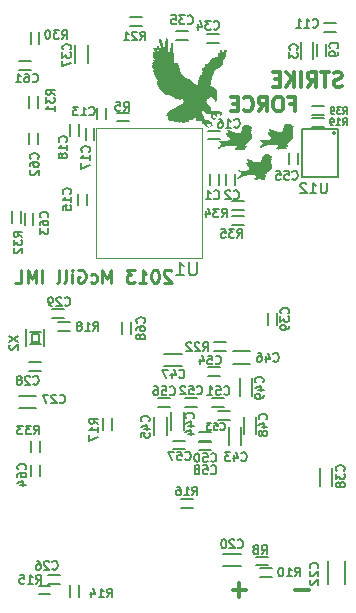
<source format=gbo>
G04 (created by PCBNEW (2013-may-18)-stable) date Fri 27 Sep 2013 03:03:58 PM EDT*
%MOIN*%
G04 Gerber Fmt 3.4, Leading zero omitted, Abs format*
%FSLAX34Y34*%
G01*
G70*
G90*
G04 APERTURE LIST*
%ADD10C,0.00590551*%
%ADD11C,0.011811*%
%ADD12C,0.010811*%
%ADD13C,0.0039*%
%ADD14C,0.0001*%
%ADD15C,0.00669291*%
%ADD16C,0.006*%
%ADD17C,0.0055*%
%ADD18C,0.00787402*%
%ADD19C,0.00725*%
%ADD20C,0.00805138*%
%ADD21R,0.0354331X0.023622*%
%ADD22R,0.023622X0.0354331*%
%ADD23R,0.019685X0.023622*%
%ADD24R,0.023622X0.019685*%
%ADD25C,0.0314*%
%ADD26R,0.0708661X0.0393701*%
%ADD27R,0.0511811X0.0275591*%
%ADD28C,0.04*%
%ADD29R,0.04X0.04*%
%ADD30C,0.042*%
%ADD31R,0.042X0.042*%
%ADD32C,0.0193386*%
%ADD33C,0.09*%
%ADD34R,0.023622X0.015748*%
%ADD35C,0.0669291*%
G04 APERTURE END LIST*
G54D10*
G54D11*
X76628Y-46306D02*
X76791Y-46306D01*
X76791Y-46563D02*
X76791Y-46073D01*
X76558Y-46073D01*
X76277Y-46073D02*
X76184Y-46073D01*
X76137Y-46096D01*
X76091Y-46143D01*
X76067Y-46236D01*
X76067Y-46400D01*
X76091Y-46493D01*
X76137Y-46540D01*
X76184Y-46563D01*
X76277Y-46563D01*
X76324Y-46540D01*
X76371Y-46493D01*
X76394Y-46400D01*
X76394Y-46236D01*
X76371Y-46143D01*
X76324Y-46096D01*
X76277Y-46073D01*
X75577Y-46563D02*
X75740Y-46329D01*
X75857Y-46563D02*
X75857Y-46073D01*
X75670Y-46073D01*
X75623Y-46096D01*
X75600Y-46119D01*
X75577Y-46166D01*
X75577Y-46236D01*
X75600Y-46283D01*
X75623Y-46306D01*
X75670Y-46329D01*
X75857Y-46329D01*
X75086Y-46516D02*
X75109Y-46540D01*
X75180Y-46563D01*
X75226Y-46563D01*
X75296Y-46540D01*
X75343Y-46493D01*
X75366Y-46446D01*
X75390Y-46353D01*
X75390Y-46283D01*
X75366Y-46189D01*
X75343Y-46143D01*
X75296Y-46096D01*
X75226Y-46073D01*
X75180Y-46073D01*
X75109Y-46096D01*
X75086Y-46119D01*
X74876Y-46306D02*
X74712Y-46306D01*
X74642Y-46563D02*
X74876Y-46563D01*
X74876Y-46073D01*
X74642Y-46073D01*
X78353Y-45710D02*
X78283Y-45734D01*
X78166Y-45734D01*
X78120Y-45710D01*
X78096Y-45687D01*
X78073Y-45640D01*
X78073Y-45593D01*
X78096Y-45547D01*
X78120Y-45523D01*
X78166Y-45500D01*
X78260Y-45477D01*
X78307Y-45453D01*
X78330Y-45430D01*
X78353Y-45383D01*
X78353Y-45336D01*
X78330Y-45290D01*
X78307Y-45266D01*
X78260Y-45243D01*
X78143Y-45243D01*
X78073Y-45266D01*
X77933Y-45243D02*
X77653Y-45243D01*
X77793Y-45734D02*
X77793Y-45243D01*
X77209Y-45734D02*
X77372Y-45500D01*
X77489Y-45734D02*
X77489Y-45243D01*
X77302Y-45243D01*
X77255Y-45266D01*
X77232Y-45290D01*
X77209Y-45336D01*
X77209Y-45407D01*
X77232Y-45453D01*
X77255Y-45477D01*
X77302Y-45500D01*
X77489Y-45500D01*
X76998Y-45734D02*
X76998Y-45243D01*
X76765Y-45734D02*
X76765Y-45243D01*
X76485Y-45734D02*
X76695Y-45453D01*
X76485Y-45243D02*
X76765Y-45523D01*
X76274Y-45477D02*
X76111Y-45477D01*
X76041Y-45734D02*
X76274Y-45734D01*
X76274Y-45243D01*
X76041Y-45243D01*
G54D12*
X72654Y-51884D02*
X72634Y-51863D01*
X72592Y-51843D01*
X72489Y-51843D01*
X72448Y-51863D01*
X72427Y-51884D01*
X72407Y-51925D01*
X72407Y-51966D01*
X72427Y-52028D01*
X72675Y-52276D01*
X72407Y-52276D01*
X72139Y-51843D02*
X72097Y-51843D01*
X72056Y-51863D01*
X72036Y-51884D01*
X72015Y-51925D01*
X71994Y-52008D01*
X71994Y-52111D01*
X72015Y-52193D01*
X72036Y-52235D01*
X72056Y-52255D01*
X72097Y-52276D01*
X72139Y-52276D01*
X72180Y-52255D01*
X72201Y-52235D01*
X72221Y-52193D01*
X72242Y-52111D01*
X72242Y-52008D01*
X72221Y-51925D01*
X72201Y-51884D01*
X72180Y-51863D01*
X72139Y-51843D01*
X71582Y-52276D02*
X71829Y-52276D01*
X71706Y-52276D02*
X71706Y-51843D01*
X71747Y-51905D01*
X71788Y-51946D01*
X71829Y-51966D01*
X71438Y-51843D02*
X71169Y-51843D01*
X71314Y-52008D01*
X71252Y-52008D01*
X71211Y-52028D01*
X71190Y-52049D01*
X71169Y-52090D01*
X71169Y-52193D01*
X71190Y-52235D01*
X71211Y-52255D01*
X71252Y-52276D01*
X71376Y-52276D01*
X71417Y-52255D01*
X71438Y-52235D01*
X70654Y-52276D02*
X70654Y-51843D01*
X70510Y-52152D01*
X70365Y-51843D01*
X70365Y-52276D01*
X69973Y-52255D02*
X70015Y-52276D01*
X70097Y-52276D01*
X70138Y-52255D01*
X70159Y-52235D01*
X70180Y-52193D01*
X70180Y-52070D01*
X70159Y-52028D01*
X70138Y-52008D01*
X70097Y-51987D01*
X70015Y-51987D01*
X69973Y-52008D01*
X69561Y-51863D02*
X69602Y-51843D01*
X69664Y-51843D01*
X69726Y-51863D01*
X69767Y-51905D01*
X69788Y-51946D01*
X69808Y-52028D01*
X69808Y-52090D01*
X69788Y-52173D01*
X69767Y-52214D01*
X69726Y-52255D01*
X69664Y-52276D01*
X69623Y-52276D01*
X69561Y-52255D01*
X69540Y-52235D01*
X69540Y-52090D01*
X69623Y-52090D01*
X69355Y-52276D02*
X69355Y-51987D01*
X69355Y-51843D02*
X69375Y-51863D01*
X69355Y-51884D01*
X69334Y-51863D01*
X69355Y-51843D01*
X69355Y-51884D01*
X69087Y-52276D02*
X69128Y-52255D01*
X69148Y-52214D01*
X69148Y-51843D01*
X68860Y-52276D02*
X68901Y-52255D01*
X68922Y-52214D01*
X68922Y-51843D01*
X68365Y-52276D02*
X68365Y-51843D01*
X68159Y-52276D02*
X68159Y-51843D01*
X68014Y-52152D01*
X67870Y-51843D01*
X67870Y-52276D01*
X67457Y-52276D02*
X67664Y-52276D01*
X67664Y-51843D01*
G54D11*
X77234Y-62507D02*
X76785Y-62507D01*
X75155Y-62507D02*
X74706Y-62507D01*
X74931Y-62732D02*
X74931Y-62282D01*
G54D10*
X77611Y-59035D02*
X77611Y-58444D01*
X78024Y-59035D02*
X78024Y-58444D01*
X72506Y-56754D02*
X72506Y-57345D01*
X72093Y-56754D02*
X72093Y-57345D01*
X74702Y-54559D02*
X75293Y-54559D01*
X74702Y-54972D02*
X75293Y-54972D01*
X73010Y-55056D02*
X72419Y-55056D01*
X73010Y-54643D02*
X72419Y-54643D01*
X74587Y-57685D02*
X74587Y-57094D01*
X75000Y-57685D02*
X75000Y-57094D01*
X73070Y-56598D02*
X73070Y-57188D01*
X72657Y-56598D02*
X72657Y-57188D01*
X75356Y-55450D02*
X75356Y-56041D01*
X74943Y-55450D02*
X74943Y-56041D01*
X75073Y-57325D02*
X75073Y-56734D01*
X75486Y-57325D02*
X75486Y-56734D01*
X69880Y-44364D02*
X69880Y-44955D01*
X69467Y-44364D02*
X69467Y-44955D01*
X71681Y-43702D02*
X71288Y-43702D01*
X71681Y-43407D02*
X71288Y-43407D01*
X72982Y-59495D02*
X73375Y-59495D01*
X72982Y-59790D02*
X73375Y-59790D01*
X70687Y-56795D02*
X70687Y-57188D01*
X70392Y-56795D02*
X70392Y-57188D01*
X68899Y-53592D02*
X69292Y-53592D01*
X68899Y-53887D02*
X69292Y-53887D01*
X76183Y-53297D02*
X76183Y-53690D01*
X75888Y-53297D02*
X75888Y-53690D01*
X68237Y-62368D02*
X68630Y-62368D01*
X68237Y-62663D02*
X68630Y-62663D01*
X69571Y-62347D02*
X69571Y-62740D01*
X69276Y-62347D02*
X69276Y-62740D01*
X68938Y-62305D02*
X68545Y-62305D01*
X68938Y-62010D02*
X68545Y-62010D01*
X72233Y-56118D02*
X72626Y-56118D01*
X72233Y-56413D02*
X72626Y-56413D01*
X72709Y-57536D02*
X73102Y-57536D01*
X72709Y-57831D02*
X73102Y-57831D01*
X73983Y-57864D02*
X73589Y-57864D01*
X73983Y-57569D02*
X73589Y-57569D01*
X73877Y-55076D02*
X74270Y-55076D01*
X73877Y-55371D02*
X74270Y-55371D01*
X74075Y-54240D02*
X74468Y-54240D01*
X74075Y-54535D02*
X74468Y-54535D01*
X71240Y-46897D02*
X70847Y-46897D01*
X71240Y-46602D02*
X70847Y-46602D01*
X75483Y-61400D02*
X75876Y-61400D01*
X75483Y-61695D02*
X75876Y-61695D01*
X75619Y-61792D02*
X76012Y-61792D01*
X75619Y-62087D02*
X76012Y-62087D01*
X67950Y-53907D02*
X68305Y-53907D01*
X68305Y-54320D02*
X67950Y-54320D01*
X68246Y-54232D02*
X68246Y-53995D01*
X68246Y-53995D02*
X68009Y-53995D01*
X68009Y-53995D02*
X68009Y-54232D01*
X68009Y-54232D02*
X68246Y-54232D01*
X68423Y-54743D02*
X68423Y-53484D01*
X68423Y-53484D02*
X67832Y-53484D01*
X67832Y-53484D02*
X67832Y-54743D01*
X67832Y-54743D02*
X68423Y-54743D01*
X78455Y-62309D02*
X78455Y-61561D01*
X77884Y-62309D02*
X77884Y-61561D01*
X77388Y-44240D02*
X77388Y-44831D01*
X76975Y-44240D02*
X76975Y-44831D01*
X74983Y-61721D02*
X74392Y-61721D01*
X74983Y-61308D02*
X74392Y-61308D01*
X67570Y-56035D02*
X68161Y-56035D01*
X67570Y-56448D02*
X68161Y-56448D01*
X68320Y-55217D02*
X67927Y-55217D01*
X68320Y-54922D02*
X67927Y-54922D01*
X68693Y-53154D02*
X69086Y-53154D01*
X68693Y-53449D02*
X69086Y-53449D01*
X74270Y-47497D02*
X73877Y-47497D01*
X74270Y-47202D02*
X73877Y-47202D01*
X68265Y-43925D02*
X68265Y-44318D01*
X67970Y-43925D02*
X67970Y-44318D01*
X70178Y-46828D02*
X70178Y-46435D01*
X70473Y-46828D02*
X70473Y-46435D01*
X68275Y-57533D02*
X68275Y-57926D01*
X67980Y-57533D02*
X67980Y-57926D01*
X67653Y-49885D02*
X67653Y-50278D01*
X67358Y-49885D02*
X67358Y-50278D01*
X68219Y-46059D02*
X68219Y-46452D01*
X67924Y-46059D02*
X67924Y-46452D01*
X67988Y-58726D02*
X67988Y-58333D01*
X68283Y-58726D02*
X68283Y-58333D01*
X68067Y-49957D02*
X68067Y-50350D01*
X67772Y-49957D02*
X67772Y-50350D01*
X67930Y-47660D02*
X67930Y-47267D01*
X68225Y-47660D02*
X68225Y-47267D01*
X67597Y-44886D02*
X67990Y-44886D01*
X67597Y-45181D02*
X67990Y-45181D01*
X74693Y-50046D02*
X75086Y-50046D01*
X74693Y-50341D02*
X75086Y-50341D01*
X74689Y-49562D02*
X75082Y-49562D01*
X74689Y-49857D02*
X75082Y-49857D01*
X73502Y-56403D02*
X73109Y-56403D01*
X73502Y-56108D02*
X73109Y-56108D01*
X74488Y-49028D02*
X74488Y-48635D01*
X74783Y-49028D02*
X74783Y-48635D01*
X73958Y-49026D02*
X73958Y-48633D01*
X74253Y-49026D02*
X74253Y-48633D01*
X74227Y-56556D02*
X74620Y-56556D01*
X74227Y-56851D02*
X74620Y-56851D01*
X73975Y-57558D02*
X73582Y-57558D01*
X73975Y-57263D02*
X73582Y-57263D01*
X74029Y-56108D02*
X74422Y-56108D01*
X74029Y-56403D02*
X74422Y-56403D01*
X74248Y-44281D02*
X73855Y-44281D01*
X74248Y-43986D02*
X73855Y-43986D01*
X73214Y-44173D02*
X72821Y-44173D01*
X73214Y-43878D02*
X72821Y-43878D01*
X69804Y-47518D02*
X69804Y-47125D01*
X70099Y-47518D02*
X70099Y-47125D01*
X69847Y-49299D02*
X69847Y-49692D01*
X69552Y-49299D02*
X69552Y-49692D01*
X77821Y-44331D02*
X77821Y-44724D01*
X77526Y-44331D02*
X77526Y-44724D01*
X77753Y-43610D02*
X78146Y-43610D01*
X77753Y-43905D02*
X78146Y-43905D01*
X69282Y-47368D02*
X69282Y-46975D01*
X69577Y-47368D02*
X69577Y-46975D01*
X71032Y-53991D02*
X71032Y-53598D01*
X71327Y-53991D02*
X71327Y-53598D01*
G54D13*
X70154Y-51453D02*
X73698Y-51453D01*
X73698Y-51453D02*
X73698Y-47123D01*
X73698Y-47123D02*
X70154Y-47123D01*
X70154Y-47123D02*
X70154Y-51453D01*
G54D10*
X76598Y-48326D02*
X76598Y-47933D01*
X76893Y-48326D02*
X76893Y-47933D01*
X77354Y-46775D02*
X77748Y-46775D01*
X77354Y-47070D02*
X77748Y-47070D01*
X77347Y-46388D02*
X77740Y-46388D01*
X77347Y-46683D02*
X77740Y-46683D01*
X78147Y-47279D02*
G75*
G03X78147Y-47279I-59J0D01*
G74*
G01*
X77025Y-47161D02*
X77025Y-48736D01*
X77025Y-48736D02*
X78206Y-48736D01*
X78206Y-48736D02*
X78206Y-47161D01*
X78206Y-47161D02*
X77025Y-47161D01*
G54D14*
G36*
X74866Y-48803D02*
X74867Y-48804D01*
X74880Y-48800D01*
X74908Y-48791D01*
X74947Y-48776D01*
X74994Y-48758D01*
X75020Y-48747D01*
X75075Y-48726D01*
X75117Y-48710D01*
X75150Y-48700D01*
X75180Y-48693D01*
X75213Y-48690D01*
X75252Y-48687D01*
X75281Y-48686D01*
X75341Y-48685D01*
X75397Y-48688D01*
X75444Y-48692D01*
X75481Y-48699D01*
X75502Y-48708D01*
X75507Y-48715D01*
X75499Y-48729D01*
X75476Y-48751D01*
X75447Y-48774D01*
X75430Y-48787D01*
X75429Y-48798D01*
X75441Y-48813D01*
X75441Y-48813D01*
X75474Y-48835D01*
X75517Y-48840D01*
X75569Y-48828D01*
X75575Y-48826D01*
X75607Y-48814D01*
X75629Y-48811D01*
X75647Y-48816D01*
X75655Y-48819D01*
X75694Y-48832D01*
X75739Y-48838D01*
X75775Y-48837D01*
X75793Y-48828D01*
X75794Y-48812D01*
X75780Y-48791D01*
X75771Y-48782D01*
X75768Y-48774D01*
X75772Y-48766D01*
X75787Y-48753D01*
X75815Y-48733D01*
X75829Y-48722D01*
X75852Y-48705D01*
X75819Y-48694D01*
X75795Y-48680D01*
X75789Y-48666D01*
X75798Y-48654D01*
X75819Y-48633D01*
X75850Y-48606D01*
X75859Y-48598D01*
X75859Y-48056D01*
X75864Y-48046D01*
X75871Y-48044D01*
X75885Y-48052D01*
X75887Y-48060D01*
X75881Y-48071D01*
X75869Y-48069D01*
X75859Y-48056D01*
X75859Y-48598D01*
X75877Y-48584D01*
X75938Y-48532D01*
X75980Y-48482D01*
X76006Y-48433D01*
X76015Y-48381D01*
X76009Y-48324D01*
X75997Y-48282D01*
X75985Y-48246D01*
X75980Y-48224D01*
X75981Y-48211D01*
X75987Y-48200D01*
X75992Y-48193D01*
X76005Y-48175D01*
X76002Y-48159D01*
X75999Y-48154D01*
X75988Y-48130D01*
X75994Y-48113D01*
X76012Y-48102D01*
X76032Y-48090D01*
X76034Y-48078D01*
X76017Y-48065D01*
X76004Y-48058D01*
X75980Y-48043D01*
X75964Y-48028D01*
X75964Y-48027D01*
X75941Y-48006D01*
X75905Y-47992D01*
X75861Y-47986D01*
X75814Y-47987D01*
X75772Y-47998D01*
X75753Y-48007D01*
X75714Y-48034D01*
X75688Y-48066D01*
X75674Y-48107D01*
X75669Y-48154D01*
X75662Y-48204D01*
X75649Y-48236D01*
X75625Y-48255D01*
X75587Y-48263D01*
X75563Y-48264D01*
X75531Y-48263D01*
X75499Y-48259D01*
X75465Y-48250D01*
X75423Y-48236D01*
X75371Y-48216D01*
X75314Y-48193D01*
X75269Y-48174D01*
X75231Y-48160D01*
X75202Y-48151D01*
X75188Y-48149D01*
X75187Y-48149D01*
X75186Y-48160D01*
X75195Y-48184D01*
X75207Y-48209D01*
X75225Y-48242D01*
X75228Y-48262D01*
X75218Y-48271D01*
X75193Y-48270D01*
X75182Y-48268D01*
X75158Y-48266D01*
X75148Y-48271D01*
X75147Y-48276D01*
X75153Y-48296D01*
X75169Y-48324D01*
X75192Y-48355D01*
X75216Y-48384D01*
X75237Y-48404D01*
X75238Y-48405D01*
X75261Y-48429D01*
X75265Y-48456D01*
X75249Y-48485D01*
X75232Y-48502D01*
X75202Y-48523D01*
X75166Y-48536D01*
X75120Y-48541D01*
X75063Y-48539D01*
X75000Y-48532D01*
X74957Y-48527D01*
X74921Y-48524D01*
X74898Y-48524D01*
X74891Y-48526D01*
X74896Y-48535D01*
X74914Y-48550D01*
X74941Y-48569D01*
X74970Y-48588D01*
X74990Y-48603D01*
X74997Y-48610D01*
X74991Y-48620D01*
X74975Y-48641D01*
X74953Y-48667D01*
X74923Y-48704D01*
X74898Y-48740D01*
X74878Y-48770D01*
X74867Y-48793D01*
X74866Y-48803D01*
X74866Y-48803D01*
X74866Y-48803D01*
G37*
G36*
X74190Y-47830D02*
X74190Y-47831D01*
X74200Y-47828D01*
X74224Y-47819D01*
X74259Y-47805D01*
X74292Y-47790D01*
X74362Y-47760D01*
X74417Y-47738D01*
X74462Y-47722D01*
X74502Y-47711D01*
X74541Y-47705D01*
X74583Y-47702D01*
X74631Y-47700D01*
X74647Y-47700D01*
X74715Y-47702D01*
X74771Y-47706D01*
X74813Y-47713D01*
X74839Y-47723D01*
X74847Y-47734D01*
X74839Y-47744D01*
X74820Y-47761D01*
X74807Y-47771D01*
X74779Y-47793D01*
X74769Y-47811D01*
X74775Y-47826D01*
X74789Y-47838D01*
X74823Y-47851D01*
X74866Y-47853D01*
X74915Y-47843D01*
X74923Y-47841D01*
X74953Y-47832D01*
X74976Y-47834D01*
X74992Y-47840D01*
X75020Y-47848D01*
X75057Y-47853D01*
X75074Y-47853D01*
X75106Y-47853D01*
X75122Y-47848D01*
X75127Y-47839D01*
X75127Y-47837D01*
X75120Y-47817D01*
X75111Y-47803D01*
X75103Y-47792D01*
X75105Y-47782D01*
X75121Y-47769D01*
X75137Y-47759D01*
X75164Y-47738D01*
X75173Y-47721D01*
X75164Y-47710D01*
X75149Y-47706D01*
X75133Y-47700D01*
X75129Y-47690D01*
X75137Y-47673D01*
X75159Y-47649D01*
X75195Y-47616D01*
X75197Y-47613D01*
X75197Y-47079D01*
X75203Y-47063D01*
X75206Y-47059D01*
X75218Y-47060D01*
X75225Y-47072D01*
X75222Y-47084D01*
X75209Y-47094D01*
X75199Y-47088D01*
X75197Y-47079D01*
X75197Y-47613D01*
X75246Y-47573D01*
X75259Y-47562D01*
X75306Y-47512D01*
X75335Y-47454D01*
X75346Y-47389D01*
X75339Y-47320D01*
X75327Y-47283D01*
X75317Y-47254D01*
X75313Y-47236D01*
X75317Y-47225D01*
X75327Y-47213D01*
X75343Y-47195D01*
X75345Y-47183D01*
X75332Y-47168D01*
X75332Y-47167D01*
X75318Y-47148D01*
X75324Y-47133D01*
X75342Y-47122D01*
X75363Y-47107D01*
X75364Y-47091D01*
X75345Y-47075D01*
X75332Y-47068D01*
X75306Y-47054D01*
X75289Y-47037D01*
X75287Y-47035D01*
X75267Y-47017D01*
X75234Y-47006D01*
X75192Y-47002D01*
X75148Y-47005D01*
X75106Y-47015D01*
X75090Y-47022D01*
X75045Y-47053D01*
X75016Y-47092D01*
X75003Y-47142D01*
X75001Y-47170D01*
X74999Y-47210D01*
X74994Y-47235D01*
X74984Y-47251D01*
X74965Y-47265D01*
X74955Y-47270D01*
X74919Y-47281D01*
X74873Y-47280D01*
X74816Y-47269D01*
X74746Y-47245D01*
X74716Y-47234D01*
X74649Y-47207D01*
X74598Y-47187D01*
X74562Y-47175D01*
X74538Y-47167D01*
X74525Y-47166D01*
X74520Y-47167D01*
X74522Y-47178D01*
X74531Y-47201D01*
X74541Y-47218D01*
X74556Y-47245D01*
X74565Y-47266D01*
X74567Y-47273D01*
X74558Y-47280D01*
X74536Y-47284D01*
X74527Y-47284D01*
X74499Y-47286D01*
X74488Y-47294D01*
X74487Y-47300D01*
X74493Y-47320D01*
X74510Y-47349D01*
X74533Y-47380D01*
X74558Y-47408D01*
X74577Y-47424D01*
X74597Y-47443D01*
X74607Y-47461D01*
X74607Y-47464D01*
X74601Y-47480D01*
X74585Y-47502D01*
X74565Y-47525D01*
X74547Y-47541D01*
X74539Y-47544D01*
X74526Y-47546D01*
X74500Y-47551D01*
X74490Y-47553D01*
X74455Y-47556D01*
X74406Y-47554D01*
X74350Y-47548D01*
X74307Y-47542D01*
X74271Y-47538D01*
X74247Y-47535D01*
X74240Y-47534D01*
X74230Y-47539D01*
X74235Y-47551D01*
X74250Y-47566D01*
X74273Y-47582D01*
X74276Y-47583D01*
X74311Y-47603D01*
X74327Y-47620D01*
X74327Y-47638D01*
X74311Y-47662D01*
X74299Y-47676D01*
X74278Y-47701D01*
X74254Y-47732D01*
X74230Y-47764D01*
X74210Y-47794D01*
X74196Y-47817D01*
X74190Y-47830D01*
X74190Y-47830D01*
X74190Y-47830D01*
G37*
G36*
X75591Y-47790D02*
X75598Y-47792D01*
X75620Y-47786D01*
X75652Y-47773D01*
X75666Y-47767D01*
X75713Y-47747D01*
X75768Y-47725D01*
X75822Y-47705D01*
X75832Y-47702D01*
X75877Y-47688D01*
X75916Y-47679D01*
X75955Y-47673D01*
X76002Y-47671D01*
X76032Y-47671D01*
X76091Y-47672D01*
X76144Y-47677D01*
X76186Y-47683D01*
X76214Y-47692D01*
X76227Y-47702D01*
X76227Y-47703D01*
X76220Y-47715D01*
X76202Y-47733D01*
X76189Y-47746D01*
X76163Y-47771D01*
X76156Y-47790D01*
X76166Y-47806D01*
X76187Y-47819D01*
X76207Y-47828D01*
X76223Y-47832D01*
X76244Y-47830D01*
X76274Y-47823D01*
X76296Y-47817D01*
X76336Y-47809D01*
X76365Y-47810D01*
X76380Y-47813D01*
X76408Y-47820D01*
X76441Y-47823D01*
X76474Y-47823D01*
X76501Y-47821D01*
X76516Y-47815D01*
X76517Y-47812D01*
X76511Y-47796D01*
X76500Y-47781D01*
X76488Y-47766D01*
X76490Y-47757D01*
X76501Y-47750D01*
X76537Y-47726D01*
X76559Y-47706D01*
X76565Y-47691D01*
X76555Y-47684D01*
X76548Y-47684D01*
X76527Y-47678D01*
X76519Y-47671D01*
X76514Y-47660D01*
X76520Y-47645D01*
X76537Y-47625D01*
X76568Y-47598D01*
X76585Y-47584D01*
X76585Y-47049D01*
X76593Y-47037D01*
X76596Y-47036D01*
X76605Y-47041D01*
X76607Y-47049D01*
X76602Y-47061D01*
X76596Y-47062D01*
X76586Y-47052D01*
X76585Y-47049D01*
X76585Y-47584D01*
X76603Y-47570D01*
X76665Y-47515D01*
X76706Y-47459D01*
X76729Y-47400D01*
X76732Y-47337D01*
X76717Y-47270D01*
X76706Y-47236D01*
X76702Y-47215D01*
X76705Y-47201D01*
X76713Y-47186D01*
X76723Y-47165D01*
X76720Y-47146D01*
X76716Y-47137D01*
X76708Y-47117D01*
X76713Y-47105D01*
X76721Y-47098D01*
X76741Y-47086D01*
X76751Y-47081D01*
X76755Y-47073D01*
X76747Y-47059D01*
X76734Y-47048D01*
X76722Y-47044D01*
X76707Y-47037D01*
X76691Y-47022D01*
X76652Y-46993D01*
X76603Y-46977D01*
X76549Y-46976D01*
X76495Y-46988D01*
X76477Y-46996D01*
X76431Y-47028D01*
X76402Y-47067D01*
X76388Y-47119D01*
X76387Y-47146D01*
X76386Y-47182D01*
X76380Y-47205D01*
X76369Y-47222D01*
X76362Y-47228D01*
X76335Y-47246D01*
X76308Y-47256D01*
X76264Y-47256D01*
X76207Y-47244D01*
X76139Y-47223D01*
X76062Y-47191D01*
X76058Y-47190D01*
X76014Y-47170D01*
X75972Y-47153D01*
X75940Y-47142D01*
X75924Y-47137D01*
X75893Y-47131D01*
X75925Y-47187D01*
X75941Y-47217D01*
X75953Y-47239D01*
X75957Y-47249D01*
X75948Y-47252D01*
X75925Y-47254D01*
X75911Y-47254D01*
X75884Y-47255D01*
X75871Y-47259D01*
X75871Y-47269D01*
X75873Y-47277D01*
X75880Y-47294D01*
X75891Y-47313D01*
X75911Y-47337D01*
X75941Y-47370D01*
X75955Y-47385D01*
X75999Y-47431D01*
X75983Y-47463D01*
X75958Y-47495D01*
X75922Y-47516D01*
X75872Y-47528D01*
X75808Y-47529D01*
X75728Y-47521D01*
X75718Y-47520D01*
X75675Y-47514D01*
X75639Y-47509D01*
X75616Y-47508D01*
X75610Y-47508D01*
X75610Y-47511D01*
X75616Y-47518D01*
X75631Y-47531D01*
X75657Y-47552D01*
X75696Y-47582D01*
X75700Y-47586D01*
X75722Y-47602D01*
X75680Y-47652D01*
X75649Y-47690D01*
X75623Y-47728D01*
X75602Y-47762D01*
X75592Y-47786D01*
X75591Y-47790D01*
X75591Y-47790D01*
X75591Y-47790D01*
G37*
G36*
X72018Y-45062D02*
X72020Y-45074D01*
X72022Y-45083D01*
X72034Y-45106D01*
X72054Y-45125D01*
X72074Y-45134D01*
X72086Y-45141D01*
X72091Y-45149D01*
X72088Y-45159D01*
X72075Y-45171D01*
X72057Y-45185D01*
X72046Y-45192D01*
X72056Y-45222D01*
X72063Y-45242D01*
X72068Y-45263D01*
X72070Y-45273D01*
X72073Y-45286D01*
X72081Y-45305D01*
X72091Y-45329D01*
X72103Y-45354D01*
X72108Y-45364D01*
X72126Y-45399D01*
X72142Y-45426D01*
X72158Y-45448D01*
X72175Y-45467D01*
X72195Y-45485D01*
X72196Y-45486D01*
X72209Y-45500D01*
X72212Y-45515D01*
X72204Y-45529D01*
X72196Y-45537D01*
X72186Y-45546D01*
X72181Y-45556D01*
X72180Y-45570D01*
X72180Y-45573D01*
X72183Y-45596D01*
X72192Y-45625D01*
X72199Y-45643D01*
X72209Y-45668D01*
X72221Y-45698D01*
X72231Y-45727D01*
X72236Y-45740D01*
X72246Y-45768D01*
X72256Y-45790D01*
X72267Y-45806D01*
X72274Y-45815D01*
X72308Y-45852D01*
X72337Y-45881D01*
X72361Y-45903D01*
X72380Y-45916D01*
X72383Y-45918D01*
X72406Y-45935D01*
X72422Y-45954D01*
X72434Y-45971D01*
X72449Y-45987D01*
X72456Y-45993D01*
X72464Y-45999D01*
X72472Y-46003D01*
X72482Y-46006D01*
X72495Y-46008D01*
X72515Y-46009D01*
X72542Y-46010D01*
X72573Y-46012D01*
X72596Y-46014D01*
X72614Y-46017D01*
X72627Y-46022D01*
X72633Y-46024D01*
X72650Y-46034D01*
X72665Y-46047D01*
X72675Y-46059D01*
X72677Y-46068D01*
X72681Y-46077D01*
X72693Y-46084D01*
X72708Y-46089D01*
X72717Y-46090D01*
X72735Y-46093D01*
X72744Y-46099D01*
X72756Y-46110D01*
X72773Y-46121D01*
X72792Y-46132D01*
X72809Y-46140D01*
X72823Y-46145D01*
X72825Y-46145D01*
X72839Y-46143D01*
X72856Y-46138D01*
X72860Y-46137D01*
X72877Y-46132D01*
X72889Y-46131D01*
X72897Y-46138D01*
X72904Y-46152D01*
X72906Y-46157D01*
X72914Y-46173D01*
X72923Y-46184D01*
X72927Y-46187D01*
X72942Y-46187D01*
X72960Y-46177D01*
X72982Y-46159D01*
X73001Y-46141D01*
X73015Y-46125D01*
X73025Y-46116D01*
X73032Y-46112D01*
X73036Y-46113D01*
X73039Y-46115D01*
X73046Y-46127D01*
X73054Y-46147D01*
X73061Y-46173D01*
X73067Y-46203D01*
X73068Y-46205D01*
X73071Y-46223D01*
X73071Y-46236D01*
X73069Y-46245D01*
X73064Y-46254D01*
X73060Y-46260D01*
X73041Y-46283D01*
X73013Y-46306D01*
X72978Y-46328D01*
X72955Y-46341D01*
X72933Y-46352D01*
X72912Y-46365D01*
X72896Y-46376D01*
X72893Y-46379D01*
X72882Y-46386D01*
X72864Y-46397D01*
X72841Y-46410D01*
X72813Y-46425D01*
X72782Y-46441D01*
X72768Y-46448D01*
X72720Y-46473D01*
X72680Y-46494D01*
X72647Y-46512D01*
X72620Y-46527D01*
X72599Y-46540D01*
X72583Y-46552D01*
X72570Y-46563D01*
X72560Y-46573D01*
X72551Y-46585D01*
X72544Y-46597D01*
X72543Y-46598D01*
X72531Y-46619D01*
X72518Y-46640D01*
X72509Y-46652D01*
X72498Y-46669D01*
X72493Y-46682D01*
X72494Y-46693D01*
X72501Y-46706D01*
X72502Y-46708D01*
X72514Y-46722D01*
X72529Y-46728D01*
X72540Y-46730D01*
X72546Y-46735D01*
X72547Y-46746D01*
X72547Y-46752D01*
X72549Y-46774D01*
X72556Y-46799D01*
X72565Y-46822D01*
X72576Y-46841D01*
X72580Y-46846D01*
X72595Y-46856D01*
X72617Y-46865D01*
X72643Y-46873D01*
X72671Y-46878D01*
X72698Y-46879D01*
X72705Y-46879D01*
X72723Y-46879D01*
X72735Y-46880D01*
X72744Y-46885D01*
X72748Y-46889D01*
X72759Y-46897D01*
X72770Y-46899D01*
X72782Y-46894D01*
X72796Y-46885D01*
X72812Y-46874D01*
X72822Y-46870D01*
X72827Y-46873D01*
X72828Y-46876D01*
X72829Y-46886D01*
X72829Y-46888D01*
X72831Y-46897D01*
X72831Y-46898D01*
X72837Y-46904D01*
X72849Y-46909D01*
X72864Y-46913D01*
X72879Y-46913D01*
X72885Y-46913D01*
X72902Y-46909D01*
X72902Y-46930D01*
X72904Y-46945D01*
X72909Y-46953D01*
X72909Y-46953D01*
X72920Y-46952D01*
X72934Y-46946D01*
X72950Y-46936D01*
X72964Y-46923D01*
X72971Y-46915D01*
X72980Y-46903D01*
X72989Y-46897D01*
X72992Y-46896D01*
X72999Y-46901D01*
X73008Y-46912D01*
X73016Y-46922D01*
X73026Y-46937D01*
X73034Y-46949D01*
X73038Y-46954D01*
X73047Y-46959D01*
X73061Y-46957D01*
X73081Y-46949D01*
X73109Y-46934D01*
X73112Y-46932D01*
X73131Y-46921D01*
X73144Y-46915D01*
X73155Y-46912D01*
X73167Y-46912D01*
X73182Y-46913D01*
X73183Y-46913D01*
X73201Y-46914D01*
X73213Y-46914D01*
X73221Y-46910D01*
X73229Y-46904D01*
X73239Y-46892D01*
X73248Y-46875D01*
X73249Y-46873D01*
X73256Y-46852D01*
X73291Y-46851D01*
X73320Y-46852D01*
X73342Y-46856D01*
X73344Y-46857D01*
X73355Y-46861D01*
X73363Y-46861D01*
X73370Y-46855D01*
X73377Y-46847D01*
X73386Y-46835D01*
X73398Y-46818D01*
X73411Y-46798D01*
X73418Y-46787D01*
X73429Y-46769D01*
X73439Y-46754D01*
X73446Y-46744D01*
X73448Y-46742D01*
X73453Y-46744D01*
X73458Y-46754D01*
X73464Y-46772D01*
X73469Y-46795D01*
X73472Y-46813D01*
X73475Y-46833D01*
X73479Y-46851D01*
X73482Y-46863D01*
X73483Y-46864D01*
X73488Y-46873D01*
X73498Y-46880D01*
X73514Y-46886D01*
X73535Y-46889D01*
X73565Y-46892D01*
X73603Y-46894D01*
X73605Y-46894D01*
X73685Y-46896D01*
X73691Y-46937D01*
X73695Y-46961D01*
X73701Y-46977D01*
X73708Y-46986D01*
X73720Y-46991D01*
X73737Y-46991D01*
X73741Y-46991D01*
X73766Y-46992D01*
X73784Y-47001D01*
X73797Y-47016D01*
X73803Y-47032D01*
X73814Y-47057D01*
X73833Y-47076D01*
X73860Y-47089D01*
X73894Y-47097D01*
X73897Y-47098D01*
X73925Y-47101D01*
X73909Y-47088D01*
X73885Y-47062D01*
X73866Y-47029D01*
X73857Y-47005D01*
X73852Y-46988D01*
X73849Y-46976D01*
X73849Y-46972D01*
X73854Y-46972D01*
X73866Y-46975D01*
X73883Y-46979D01*
X73887Y-46981D01*
X73919Y-46988D01*
X73946Y-46989D01*
X73948Y-46989D01*
X73960Y-46988D01*
X73967Y-46989D01*
X73971Y-46994D01*
X73972Y-47004D01*
X73970Y-47022D01*
X73968Y-47039D01*
X73966Y-47054D01*
X73966Y-47062D01*
X73970Y-47065D01*
X73977Y-47065D01*
X73997Y-47063D01*
X74016Y-47056D01*
X74031Y-47048D01*
X74035Y-47043D01*
X74038Y-47036D01*
X74039Y-47027D01*
X74038Y-47014D01*
X74035Y-47000D01*
X74026Y-46965D01*
X74016Y-46939D01*
X74005Y-46922D01*
X73991Y-46911D01*
X73979Y-46907D01*
X73967Y-46903D01*
X73962Y-46896D01*
X73962Y-46893D01*
X73960Y-46880D01*
X73954Y-46871D01*
X73942Y-46865D01*
X73922Y-46863D01*
X73906Y-46862D01*
X73877Y-46860D01*
X73846Y-46855D01*
X73808Y-46846D01*
X73803Y-46845D01*
X73742Y-46829D01*
X73742Y-46798D01*
X73740Y-46759D01*
X73734Y-46722D01*
X73722Y-46685D01*
X73706Y-46648D01*
X73695Y-46622D01*
X73686Y-46598D01*
X73680Y-46578D01*
X73678Y-46569D01*
X73677Y-46554D01*
X73679Y-46546D01*
X73685Y-46542D01*
X73690Y-46540D01*
X73704Y-46537D01*
X73720Y-46541D01*
X73737Y-46551D01*
X73757Y-46568D01*
X73770Y-46581D01*
X73790Y-46601D01*
X73810Y-46616D01*
X73830Y-46627D01*
X73854Y-46636D01*
X73883Y-46644D01*
X73919Y-46651D01*
X73948Y-46657D01*
X73969Y-46662D01*
X73982Y-46667D01*
X73990Y-46675D01*
X73992Y-46686D01*
X73991Y-46701D01*
X73989Y-46714D01*
X73986Y-46736D01*
X73988Y-46754D01*
X73995Y-46771D01*
X74009Y-46789D01*
X74025Y-46804D01*
X74048Y-46824D01*
X74069Y-46836D01*
X74088Y-46840D01*
X74108Y-46835D01*
X74129Y-46823D01*
X74131Y-46822D01*
X74144Y-46812D01*
X74154Y-46802D01*
X74160Y-46793D01*
X74160Y-46787D01*
X74155Y-46787D01*
X74147Y-46790D01*
X74134Y-46794D01*
X74115Y-46796D01*
X74096Y-46796D01*
X74080Y-46793D01*
X74078Y-46793D01*
X74067Y-46784D01*
X74060Y-46767D01*
X74058Y-46741D01*
X74058Y-46722D01*
X74059Y-46702D01*
X74062Y-46689D01*
X74066Y-46680D01*
X74072Y-46674D01*
X74087Y-46666D01*
X74102Y-46667D01*
X74117Y-46678D01*
X74122Y-46683D01*
X74138Y-46706D01*
X74146Y-46726D01*
X74145Y-46738D01*
X74144Y-46749D01*
X74148Y-46751D01*
X74156Y-46746D01*
X74169Y-46733D01*
X74175Y-46726D01*
X74188Y-46708D01*
X74195Y-46692D01*
X74195Y-46678D01*
X74190Y-46661D01*
X74190Y-46659D01*
X74189Y-46655D01*
X74192Y-46652D01*
X74200Y-46649D01*
X74214Y-46647D01*
X74235Y-46645D01*
X74260Y-46642D01*
X74295Y-46639D01*
X74293Y-46674D01*
X74293Y-46693D01*
X74294Y-46708D01*
X74296Y-46718D01*
X74300Y-46723D01*
X74305Y-46721D01*
X74310Y-46716D01*
X74320Y-46703D01*
X74330Y-46685D01*
X74340Y-46664D01*
X74348Y-46645D01*
X74352Y-46630D01*
X74352Y-46625D01*
X74347Y-46610D01*
X74335Y-46593D01*
X74315Y-46577D01*
X74294Y-46564D01*
X74284Y-46560D01*
X74274Y-46557D01*
X74263Y-46555D01*
X74249Y-46554D01*
X74229Y-46554D01*
X74202Y-46555D01*
X74197Y-46555D01*
X74141Y-46556D01*
X74095Y-46556D01*
X74059Y-46554D01*
X74032Y-46551D01*
X74014Y-46547D01*
X74005Y-46542D01*
X74001Y-46534D01*
X73996Y-46519D01*
X73992Y-46500D01*
X73990Y-46490D01*
X73983Y-46455D01*
X73976Y-46427D01*
X73968Y-46405D01*
X73957Y-46386D01*
X73942Y-46368D01*
X73923Y-46350D01*
X73897Y-46328D01*
X73896Y-46328D01*
X73874Y-46310D01*
X73859Y-46295D01*
X73849Y-46283D01*
X73842Y-46270D01*
X73837Y-46255D01*
X73836Y-46248D01*
X73833Y-46233D01*
X73833Y-46222D01*
X73836Y-46211D01*
X73842Y-46196D01*
X73847Y-46188D01*
X73861Y-46164D01*
X73879Y-46144D01*
X73902Y-46126D01*
X73932Y-46109D01*
X73965Y-46094D01*
X74014Y-46074D01*
X74058Y-46119D01*
X74076Y-46138D01*
X74088Y-46152D01*
X74096Y-46163D01*
X74100Y-46172D01*
X74102Y-46182D01*
X74103Y-46191D01*
X74108Y-46212D01*
X74117Y-46226D01*
X74128Y-46232D01*
X74141Y-46230D01*
X74155Y-46222D01*
X74168Y-46207D01*
X74179Y-46187D01*
X74187Y-46162D01*
X74188Y-46156D01*
X74190Y-46139D01*
X74191Y-46123D01*
X74189Y-46103D01*
X74186Y-46076D01*
X74185Y-46072D01*
X74181Y-46040D01*
X74178Y-46016D01*
X74178Y-45997D01*
X74179Y-45979D01*
X74182Y-45960D01*
X74185Y-45947D01*
X74189Y-45927D01*
X74190Y-45909D01*
X74190Y-45897D01*
X74184Y-45882D01*
X74173Y-45862D01*
X74157Y-45839D01*
X74138Y-45815D01*
X74117Y-45791D01*
X74105Y-45778D01*
X74085Y-45760D01*
X74066Y-45746D01*
X74045Y-45735D01*
X74028Y-45728D01*
X74002Y-45716D01*
X73984Y-45708D01*
X73972Y-45701D01*
X73966Y-45694D01*
X73963Y-45686D01*
X73962Y-45677D01*
X73962Y-45677D01*
X73964Y-45665D01*
X73969Y-45646D01*
X73978Y-45621D01*
X73989Y-45592D01*
X73994Y-45577D01*
X74027Y-45496D01*
X74027Y-45442D01*
X74027Y-45420D01*
X74028Y-45401D01*
X74030Y-45385D01*
X74034Y-45369D01*
X74041Y-45350D01*
X74051Y-45327D01*
X74065Y-45299D01*
X74072Y-45284D01*
X74099Y-45233D01*
X74130Y-45191D01*
X74164Y-45158D01*
X74170Y-45154D01*
X74182Y-45145D01*
X74202Y-45132D01*
X74225Y-45117D01*
X74252Y-45101D01*
X74271Y-45089D01*
X74297Y-45073D01*
X74322Y-45057D01*
X74343Y-45043D01*
X74359Y-45031D01*
X74366Y-45025D01*
X74383Y-45005D01*
X74393Y-44983D01*
X74397Y-44963D01*
X74395Y-44944D01*
X74385Y-44931D01*
X74376Y-44922D01*
X74372Y-44915D01*
X74375Y-44908D01*
X74381Y-44895D01*
X74390Y-44878D01*
X74399Y-44863D01*
X74417Y-44831D01*
X74432Y-44805D01*
X74443Y-44782D01*
X74452Y-44760D01*
X74460Y-44735D01*
X74469Y-44706D01*
X74469Y-44706D01*
X74478Y-44674D01*
X74486Y-44640D01*
X74494Y-44608D01*
X74500Y-44578D01*
X74505Y-44553D01*
X74507Y-44535D01*
X74507Y-44530D01*
X74504Y-44517D01*
X74499Y-44510D01*
X74486Y-44504D01*
X74468Y-44505D01*
X74448Y-44510D01*
X74430Y-44520D01*
X74421Y-44528D01*
X74417Y-44536D01*
X74411Y-44552D01*
X74404Y-44573D01*
X74397Y-44598D01*
X74394Y-44610D01*
X74375Y-44682D01*
X74372Y-44632D01*
X74370Y-44606D01*
X74367Y-44587D01*
X74363Y-44571D01*
X74356Y-44555D01*
X74355Y-44552D01*
X74341Y-44528D01*
X74327Y-44510D01*
X74313Y-44502D01*
X74302Y-44501D01*
X74292Y-44510D01*
X74291Y-44511D01*
X74289Y-44521D01*
X74286Y-44540D01*
X74284Y-44568D01*
X74283Y-44605D01*
X74282Y-44614D01*
X74280Y-44706D01*
X74260Y-44660D01*
X74248Y-44634D01*
X74238Y-44617D01*
X74228Y-44608D01*
X74220Y-44608D01*
X74211Y-44615D01*
X74211Y-44615D01*
X74208Y-44620D01*
X74205Y-44628D01*
X74204Y-44639D01*
X74203Y-44655D01*
X74202Y-44679D01*
X74202Y-44704D01*
X74202Y-44782D01*
X74188Y-44766D01*
X74170Y-44751D01*
X74152Y-44741D01*
X74136Y-44736D01*
X74130Y-44737D01*
X74120Y-44744D01*
X74111Y-44756D01*
X74104Y-44771D01*
X74102Y-44782D01*
X74101Y-44787D01*
X74096Y-44785D01*
X74088Y-44780D01*
X74077Y-44773D01*
X74067Y-44772D01*
X74054Y-44774D01*
X74035Y-44782D01*
X74023Y-44793D01*
X74019Y-44805D01*
X74019Y-44809D01*
X74021Y-44814D01*
X74019Y-44818D01*
X74013Y-44822D01*
X74001Y-44825D01*
X73981Y-44829D01*
X73976Y-44830D01*
X73960Y-44834D01*
X73946Y-44840D01*
X73941Y-44843D01*
X73937Y-44854D01*
X73935Y-44873D01*
X73934Y-44892D01*
X73933Y-44921D01*
X73928Y-44941D01*
X73921Y-44952D01*
X73913Y-44955D01*
X73903Y-44957D01*
X73889Y-44963D01*
X73879Y-44968D01*
X73850Y-44979D01*
X73830Y-44982D01*
X73815Y-44983D01*
X73804Y-44988D01*
X73797Y-44996D01*
X73794Y-45009D01*
X73793Y-45029D01*
X73796Y-45057D01*
X73800Y-45089D01*
X73802Y-45103D01*
X73801Y-45109D01*
X73797Y-45109D01*
X73794Y-45108D01*
X73763Y-45098D01*
X73738Y-45097D01*
X73717Y-45104D01*
X73702Y-45118D01*
X73699Y-45122D01*
X73695Y-45131D01*
X73693Y-45140D01*
X73693Y-45149D01*
X73695Y-45164D01*
X73698Y-45180D01*
X73707Y-45221D01*
X73695Y-45244D01*
X73688Y-45263D01*
X73682Y-45282D01*
X73681Y-45289D01*
X73677Y-45307D01*
X73668Y-45321D01*
X73653Y-45333D01*
X73636Y-45343D01*
X73625Y-45350D01*
X73616Y-45357D01*
X73610Y-45367D01*
X73605Y-45380D01*
X73601Y-45399D01*
X73596Y-45426D01*
X73595Y-45436D01*
X73590Y-45463D01*
X73586Y-45483D01*
X73581Y-45498D01*
X73575Y-45512D01*
X73566Y-45527D01*
X73559Y-45537D01*
X73547Y-45560D01*
X73540Y-45582D01*
X73538Y-45607D01*
X73541Y-45638D01*
X73544Y-45655D01*
X73549Y-45679D01*
X73549Y-45695D01*
X73548Y-45701D01*
X73539Y-45704D01*
X73525Y-45700D01*
X73509Y-45691D01*
X73492Y-45677D01*
X73489Y-45674D01*
X73477Y-45664D01*
X73459Y-45649D01*
X73437Y-45633D01*
X73414Y-45617D01*
X73412Y-45616D01*
X73381Y-45594D01*
X73357Y-45574D01*
X73341Y-45558D01*
X73339Y-45555D01*
X73322Y-45533D01*
X73309Y-45518D01*
X73297Y-45507D01*
X73285Y-45501D01*
X73269Y-45496D01*
X73258Y-45493D01*
X73237Y-45488D01*
X73218Y-45482D01*
X73201Y-45474D01*
X73184Y-45464D01*
X73165Y-45451D01*
X73143Y-45434D01*
X73118Y-45412D01*
X73087Y-45384D01*
X73073Y-45370D01*
X73048Y-45347D01*
X73030Y-45328D01*
X73016Y-45312D01*
X73006Y-45299D01*
X72999Y-45286D01*
X72997Y-45282D01*
X72982Y-45247D01*
X72967Y-45206D01*
X72953Y-45162D01*
X72941Y-45119D01*
X72940Y-45115D01*
X72929Y-45075D01*
X72919Y-45043D01*
X72908Y-45018D01*
X72896Y-44997D01*
X72882Y-44978D01*
X72868Y-44963D01*
X72851Y-44948D01*
X72839Y-44942D01*
X72831Y-44944D01*
X72828Y-44954D01*
X72827Y-44966D01*
X72826Y-44985D01*
X72823Y-45005D01*
X72823Y-45007D01*
X72819Y-45027D01*
X72794Y-44982D01*
X72783Y-44962D01*
X72774Y-44945D01*
X72767Y-44932D01*
X72765Y-44927D01*
X72761Y-44912D01*
X72756Y-44888D01*
X72753Y-44860D01*
X72750Y-44828D01*
X72748Y-44797D01*
X72747Y-44770D01*
X72747Y-44743D01*
X72745Y-44716D01*
X72744Y-44692D01*
X72742Y-44680D01*
X72739Y-44651D01*
X72735Y-44615D01*
X72732Y-44575D01*
X72729Y-44533D01*
X72727Y-44491D01*
X72725Y-44452D01*
X72724Y-44416D01*
X72725Y-44387D01*
X72725Y-44375D01*
X72726Y-44350D01*
X72726Y-44333D01*
X72726Y-44321D01*
X72723Y-44312D01*
X72719Y-44305D01*
X72716Y-44300D01*
X72702Y-44286D01*
X72686Y-44281D01*
X72671Y-44285D01*
X72658Y-44297D01*
X72651Y-44309D01*
X72645Y-44333D01*
X72639Y-44367D01*
X72635Y-44409D01*
X72632Y-44459D01*
X72630Y-44517D01*
X72630Y-44540D01*
X72630Y-44580D01*
X72629Y-44611D01*
X72628Y-44634D01*
X72627Y-44650D01*
X72625Y-44660D01*
X72623Y-44666D01*
X72623Y-44667D01*
X72616Y-44673D01*
X72610Y-44675D01*
X72604Y-44671D01*
X72598Y-44661D01*
X72591Y-44643D01*
X72583Y-44616D01*
X72578Y-44599D01*
X72571Y-44574D01*
X72566Y-44549D01*
X72561Y-44522D01*
X72558Y-44492D01*
X72555Y-44458D01*
X72553Y-44417D01*
X72551Y-44369D01*
X72550Y-44320D01*
X72548Y-44268D01*
X72547Y-44225D01*
X72544Y-44190D01*
X72541Y-44163D01*
X72537Y-44142D01*
X72532Y-44128D01*
X72525Y-44118D01*
X72517Y-44112D01*
X72507Y-44110D01*
X72503Y-44110D01*
X72494Y-44112D01*
X72487Y-44118D01*
X72480Y-44129D01*
X72474Y-44147D01*
X72469Y-44172D01*
X72463Y-44206D01*
X72462Y-44216D01*
X72457Y-44253D01*
X72453Y-44296D01*
X72451Y-44342D01*
X72450Y-44390D01*
X72450Y-44435D01*
X72451Y-44477D01*
X72454Y-44512D01*
X72455Y-44522D01*
X72458Y-44541D01*
X72459Y-44556D01*
X72459Y-44564D01*
X72459Y-44564D01*
X72456Y-44562D01*
X72450Y-44551D01*
X72443Y-44534D01*
X72434Y-44512D01*
X72425Y-44486D01*
X72415Y-44459D01*
X72405Y-44430D01*
X72397Y-44403D01*
X72389Y-44378D01*
X72384Y-44357D01*
X72383Y-44350D01*
X72372Y-44305D01*
X72361Y-44262D01*
X72348Y-44224D01*
X72335Y-44191D01*
X72322Y-44164D01*
X72309Y-44144D01*
X72297Y-44133D01*
X72288Y-44130D01*
X72278Y-44134D01*
X72268Y-44146D01*
X72259Y-44161D01*
X72255Y-44176D01*
X72255Y-44196D01*
X72258Y-44224D01*
X72265Y-44260D01*
X72275Y-44303D01*
X72288Y-44353D01*
X72305Y-44408D01*
X72324Y-44468D01*
X72326Y-44475D01*
X72333Y-44496D01*
X72336Y-44509D01*
X72336Y-44516D01*
X72334Y-44519D01*
X72333Y-44519D01*
X72326Y-44518D01*
X72318Y-44512D01*
X72308Y-44499D01*
X72295Y-44479D01*
X72280Y-44451D01*
X72279Y-44448D01*
X72262Y-44416D01*
X72248Y-44393D01*
X72236Y-44377D01*
X72225Y-44368D01*
X72214Y-44365D01*
X72214Y-44365D01*
X72202Y-44369D01*
X72194Y-44382D01*
X72189Y-44399D01*
X72188Y-44418D01*
X72191Y-44431D01*
X72198Y-44450D01*
X72207Y-44472D01*
X72216Y-44492D01*
X72241Y-44545D01*
X72227Y-44545D01*
X72210Y-44540D01*
X72195Y-44526D01*
X72182Y-44503D01*
X72177Y-44493D01*
X72170Y-44484D01*
X72158Y-44475D01*
X72141Y-44464D01*
X72131Y-44459D01*
X72112Y-44449D01*
X72095Y-44442D01*
X72084Y-44438D01*
X72080Y-44438D01*
X72073Y-44444D01*
X72067Y-44455D01*
X72064Y-44468D01*
X72066Y-44481D01*
X72073Y-44496D01*
X72087Y-44515D01*
X72097Y-44528D01*
X72109Y-44542D01*
X72118Y-44554D01*
X72122Y-44560D01*
X72122Y-44561D01*
X72117Y-44568D01*
X72105Y-44574D01*
X72088Y-44580D01*
X72072Y-44584D01*
X72056Y-44586D01*
X72047Y-44590D01*
X72044Y-44596D01*
X72043Y-44600D01*
X72043Y-44611D01*
X72047Y-44627D01*
X72052Y-44647D01*
X72053Y-44649D01*
X72059Y-44673D01*
X72060Y-44689D01*
X72056Y-44699D01*
X72046Y-44702D01*
X72044Y-44702D01*
X72037Y-44706D01*
X72036Y-44716D01*
X72038Y-44730D01*
X72045Y-44747D01*
X72054Y-44764D01*
X72065Y-44779D01*
X72076Y-44789D01*
X72087Y-44800D01*
X72098Y-44814D01*
X72106Y-44828D01*
X72110Y-44840D01*
X72109Y-44845D01*
X72103Y-44848D01*
X72091Y-44850D01*
X72087Y-44850D01*
X72071Y-44852D01*
X72064Y-44858D01*
X72065Y-44870D01*
X72072Y-44883D01*
X72079Y-44897D01*
X72081Y-44906D01*
X72076Y-44909D01*
X72065Y-44910D01*
X72047Y-44913D01*
X72034Y-44923D01*
X72028Y-44937D01*
X72029Y-44945D01*
X72034Y-44972D01*
X72036Y-44993D01*
X72035Y-45010D01*
X72030Y-45026D01*
X72027Y-45034D01*
X72021Y-45050D01*
X72018Y-45062D01*
X72018Y-45062D01*
X72018Y-45062D01*
G37*
G54D15*
X78414Y-58538D02*
X78428Y-58524D01*
X78442Y-58483D01*
X78442Y-58455D01*
X78428Y-58414D01*
X78400Y-58386D01*
X78373Y-58372D01*
X78318Y-58359D01*
X78276Y-58359D01*
X78221Y-58372D01*
X78193Y-58386D01*
X78166Y-58414D01*
X78152Y-58455D01*
X78152Y-58483D01*
X78166Y-58524D01*
X78180Y-58538D01*
X78152Y-58635D02*
X78152Y-58814D01*
X78262Y-58718D01*
X78262Y-58759D01*
X78276Y-58787D01*
X78290Y-58800D01*
X78318Y-58814D01*
X78387Y-58814D01*
X78414Y-58800D01*
X78428Y-58787D01*
X78442Y-58759D01*
X78442Y-58676D01*
X78428Y-58649D01*
X78414Y-58635D01*
X78276Y-58980D02*
X78262Y-58952D01*
X78249Y-58939D01*
X78221Y-58925D01*
X78207Y-58925D01*
X78180Y-58939D01*
X78166Y-58952D01*
X78152Y-58980D01*
X78152Y-59035D01*
X78166Y-59063D01*
X78180Y-59077D01*
X78207Y-59090D01*
X78221Y-59090D01*
X78249Y-59077D01*
X78262Y-59063D01*
X78276Y-59035D01*
X78276Y-58980D01*
X78290Y-58952D01*
X78304Y-58939D01*
X78331Y-58925D01*
X78387Y-58925D01*
X78414Y-58939D01*
X78428Y-58952D01*
X78442Y-58980D01*
X78442Y-59035D01*
X78428Y-59063D01*
X78414Y-59077D01*
X78387Y-59090D01*
X78331Y-59090D01*
X78304Y-59077D01*
X78290Y-59063D01*
X78276Y-59035D01*
X71914Y-56888D02*
X71928Y-56874D01*
X71942Y-56833D01*
X71942Y-56805D01*
X71928Y-56764D01*
X71900Y-56736D01*
X71873Y-56722D01*
X71818Y-56709D01*
X71776Y-56709D01*
X71721Y-56722D01*
X71693Y-56736D01*
X71666Y-56764D01*
X71652Y-56805D01*
X71652Y-56833D01*
X71666Y-56874D01*
X71680Y-56888D01*
X71749Y-57137D02*
X71942Y-57137D01*
X71638Y-57068D02*
X71845Y-56999D01*
X71845Y-57178D01*
X71652Y-57427D02*
X71652Y-57289D01*
X71790Y-57275D01*
X71776Y-57289D01*
X71762Y-57316D01*
X71762Y-57385D01*
X71776Y-57413D01*
X71790Y-57427D01*
X71818Y-57440D01*
X71887Y-57440D01*
X71914Y-57427D01*
X71928Y-57413D01*
X71942Y-57385D01*
X71942Y-57316D01*
X71928Y-57289D01*
X71914Y-57275D01*
X76062Y-54879D02*
X76076Y-54893D01*
X76117Y-54907D01*
X76145Y-54907D01*
X76186Y-54893D01*
X76214Y-54865D01*
X76228Y-54838D01*
X76241Y-54783D01*
X76241Y-54741D01*
X76228Y-54686D01*
X76214Y-54658D01*
X76186Y-54631D01*
X76145Y-54617D01*
X76117Y-54617D01*
X76076Y-54631D01*
X76062Y-54645D01*
X75813Y-54714D02*
X75813Y-54907D01*
X75882Y-54603D02*
X75951Y-54810D01*
X75772Y-54810D01*
X75537Y-54617D02*
X75592Y-54617D01*
X75620Y-54631D01*
X75634Y-54645D01*
X75661Y-54686D01*
X75675Y-54741D01*
X75675Y-54852D01*
X75661Y-54879D01*
X75648Y-54893D01*
X75620Y-54907D01*
X75565Y-54907D01*
X75537Y-54893D01*
X75523Y-54879D01*
X75510Y-54852D01*
X75510Y-54783D01*
X75523Y-54755D01*
X75537Y-54741D01*
X75565Y-54727D01*
X75620Y-54727D01*
X75648Y-54741D01*
X75661Y-54755D01*
X75675Y-54783D01*
X72920Y-55431D02*
X72934Y-55445D01*
X72975Y-55459D01*
X73003Y-55459D01*
X73044Y-55445D01*
X73072Y-55417D01*
X73086Y-55390D01*
X73099Y-55335D01*
X73099Y-55293D01*
X73086Y-55238D01*
X73072Y-55210D01*
X73044Y-55183D01*
X73003Y-55169D01*
X72975Y-55169D01*
X72934Y-55183D01*
X72920Y-55197D01*
X72671Y-55266D02*
X72671Y-55459D01*
X72740Y-55155D02*
X72809Y-55362D01*
X72630Y-55362D01*
X72547Y-55169D02*
X72354Y-55169D01*
X72478Y-55459D01*
X74994Y-58187D02*
X75008Y-58201D01*
X75049Y-58215D01*
X75077Y-58215D01*
X75118Y-58201D01*
X75146Y-58173D01*
X75160Y-58146D01*
X75173Y-58091D01*
X75173Y-58049D01*
X75160Y-57994D01*
X75146Y-57966D01*
X75118Y-57939D01*
X75077Y-57925D01*
X75049Y-57925D01*
X75008Y-57939D01*
X74994Y-57953D01*
X74745Y-58022D02*
X74745Y-58215D01*
X74814Y-57911D02*
X74883Y-58118D01*
X74704Y-58118D01*
X74621Y-57925D02*
X74442Y-57925D01*
X74538Y-58035D01*
X74497Y-58035D01*
X74469Y-58049D01*
X74455Y-58063D01*
X74442Y-58091D01*
X74442Y-58160D01*
X74455Y-58187D01*
X74469Y-58201D01*
X74497Y-58215D01*
X74580Y-58215D01*
X74607Y-58201D01*
X74621Y-58187D01*
X73387Y-56785D02*
X73401Y-56771D01*
X73415Y-56730D01*
X73415Y-56702D01*
X73401Y-56661D01*
X73373Y-56633D01*
X73346Y-56619D01*
X73291Y-56606D01*
X73249Y-56606D01*
X73194Y-56619D01*
X73166Y-56633D01*
X73139Y-56661D01*
X73125Y-56702D01*
X73125Y-56730D01*
X73139Y-56771D01*
X73153Y-56785D01*
X73222Y-57034D02*
X73415Y-57034D01*
X73111Y-56965D02*
X73318Y-56896D01*
X73318Y-57075D01*
X73222Y-57310D02*
X73415Y-57310D01*
X73111Y-57241D02*
X73318Y-57172D01*
X73318Y-57351D01*
X75714Y-55588D02*
X75728Y-55574D01*
X75742Y-55533D01*
X75742Y-55505D01*
X75728Y-55464D01*
X75700Y-55436D01*
X75673Y-55422D01*
X75618Y-55409D01*
X75576Y-55409D01*
X75521Y-55422D01*
X75493Y-55436D01*
X75466Y-55464D01*
X75452Y-55505D01*
X75452Y-55533D01*
X75466Y-55574D01*
X75480Y-55588D01*
X75549Y-55837D02*
X75742Y-55837D01*
X75438Y-55768D02*
X75645Y-55699D01*
X75645Y-55878D01*
X75742Y-56002D02*
X75742Y-56058D01*
X75728Y-56085D01*
X75714Y-56099D01*
X75673Y-56127D01*
X75618Y-56140D01*
X75507Y-56140D01*
X75480Y-56127D01*
X75466Y-56113D01*
X75452Y-56085D01*
X75452Y-56030D01*
X75466Y-56002D01*
X75480Y-55989D01*
X75507Y-55975D01*
X75576Y-55975D01*
X75604Y-55989D01*
X75618Y-56002D01*
X75631Y-56030D01*
X75631Y-56085D01*
X75618Y-56113D01*
X75604Y-56127D01*
X75576Y-56140D01*
X75833Y-56824D02*
X75847Y-56810D01*
X75861Y-56769D01*
X75861Y-56741D01*
X75847Y-56700D01*
X75819Y-56672D01*
X75792Y-56658D01*
X75737Y-56645D01*
X75695Y-56645D01*
X75640Y-56658D01*
X75612Y-56672D01*
X75585Y-56700D01*
X75571Y-56741D01*
X75571Y-56769D01*
X75585Y-56810D01*
X75599Y-56824D01*
X75668Y-57073D02*
X75861Y-57073D01*
X75557Y-57004D02*
X75764Y-56935D01*
X75764Y-57114D01*
X75695Y-57266D02*
X75681Y-57238D01*
X75668Y-57225D01*
X75640Y-57211D01*
X75626Y-57211D01*
X75599Y-57225D01*
X75585Y-57238D01*
X75571Y-57266D01*
X75571Y-57321D01*
X75585Y-57349D01*
X75599Y-57363D01*
X75626Y-57376D01*
X75640Y-57376D01*
X75668Y-57363D01*
X75681Y-57349D01*
X75695Y-57321D01*
X75695Y-57266D01*
X75709Y-57238D01*
X75723Y-57225D01*
X75750Y-57211D01*
X75806Y-57211D01*
X75833Y-57225D01*
X75847Y-57238D01*
X75861Y-57266D01*
X75861Y-57321D01*
X75847Y-57349D01*
X75833Y-57363D01*
X75806Y-57376D01*
X75750Y-57376D01*
X75723Y-57363D01*
X75709Y-57349D01*
X75695Y-57321D01*
X69290Y-44498D02*
X69304Y-44484D01*
X69318Y-44443D01*
X69318Y-44415D01*
X69304Y-44374D01*
X69276Y-44346D01*
X69249Y-44332D01*
X69194Y-44319D01*
X69152Y-44319D01*
X69097Y-44332D01*
X69069Y-44346D01*
X69042Y-44374D01*
X69028Y-44415D01*
X69028Y-44443D01*
X69042Y-44484D01*
X69056Y-44498D01*
X69028Y-44595D02*
X69028Y-44774D01*
X69138Y-44678D01*
X69138Y-44719D01*
X69152Y-44747D01*
X69166Y-44760D01*
X69194Y-44774D01*
X69263Y-44774D01*
X69290Y-44760D01*
X69304Y-44747D01*
X69318Y-44719D01*
X69318Y-44636D01*
X69304Y-44609D01*
X69290Y-44595D01*
X69028Y-44871D02*
X69028Y-45064D01*
X69318Y-44940D01*
X71622Y-44189D02*
X71719Y-44051D01*
X71788Y-44189D02*
X71788Y-43899D01*
X71677Y-43899D01*
X71650Y-43913D01*
X71636Y-43927D01*
X71622Y-43954D01*
X71622Y-43996D01*
X71636Y-44023D01*
X71650Y-44037D01*
X71677Y-44051D01*
X71788Y-44051D01*
X71511Y-43927D02*
X71498Y-43913D01*
X71470Y-43899D01*
X71401Y-43899D01*
X71373Y-43913D01*
X71360Y-43927D01*
X71346Y-43954D01*
X71346Y-43982D01*
X71360Y-44023D01*
X71525Y-44189D01*
X71346Y-44189D01*
X71070Y-44189D02*
X71235Y-44189D01*
X71152Y-44189D02*
X71152Y-43899D01*
X71180Y-43940D01*
X71208Y-43968D01*
X71235Y-43982D01*
X73367Y-59358D02*
X73464Y-59220D01*
X73533Y-59358D02*
X73533Y-59068D01*
X73422Y-59068D01*
X73395Y-59082D01*
X73381Y-59096D01*
X73367Y-59123D01*
X73367Y-59165D01*
X73381Y-59192D01*
X73395Y-59206D01*
X73422Y-59220D01*
X73533Y-59220D01*
X73091Y-59358D02*
X73256Y-59358D01*
X73174Y-59358D02*
X73174Y-59068D01*
X73201Y-59109D01*
X73229Y-59137D01*
X73256Y-59151D01*
X72842Y-59068D02*
X72897Y-59068D01*
X72925Y-59082D01*
X72939Y-59096D01*
X72966Y-59137D01*
X72980Y-59192D01*
X72980Y-59303D01*
X72966Y-59330D01*
X72953Y-59344D01*
X72925Y-59358D01*
X72870Y-59358D01*
X72842Y-59344D01*
X72828Y-59330D01*
X72815Y-59303D01*
X72815Y-59234D01*
X72828Y-59206D01*
X72842Y-59192D01*
X72870Y-59178D01*
X72925Y-59178D01*
X72953Y-59192D01*
X72966Y-59206D01*
X72980Y-59234D01*
X70223Y-56972D02*
X70085Y-56875D01*
X70223Y-56806D02*
X69933Y-56806D01*
X69933Y-56917D01*
X69947Y-56944D01*
X69961Y-56958D01*
X69988Y-56972D01*
X70030Y-56972D01*
X70057Y-56958D01*
X70071Y-56944D01*
X70085Y-56917D01*
X70085Y-56806D01*
X70223Y-57248D02*
X70223Y-57083D01*
X70223Y-57165D02*
X69933Y-57165D01*
X69974Y-57138D01*
X70002Y-57110D01*
X70016Y-57083D01*
X69933Y-57345D02*
X69933Y-57538D01*
X70223Y-57414D01*
X70061Y-53867D02*
X70158Y-53729D01*
X70227Y-53867D02*
X70227Y-53577D01*
X70116Y-53577D01*
X70089Y-53591D01*
X70075Y-53605D01*
X70061Y-53632D01*
X70061Y-53674D01*
X70075Y-53701D01*
X70089Y-53715D01*
X70116Y-53729D01*
X70227Y-53729D01*
X69785Y-53867D02*
X69950Y-53867D01*
X69868Y-53867D02*
X69868Y-53577D01*
X69895Y-53618D01*
X69923Y-53646D01*
X69950Y-53660D01*
X69619Y-53701D02*
X69647Y-53687D01*
X69660Y-53674D01*
X69674Y-53646D01*
X69674Y-53632D01*
X69660Y-53605D01*
X69647Y-53591D01*
X69619Y-53577D01*
X69564Y-53577D01*
X69536Y-53591D01*
X69522Y-53605D01*
X69509Y-53632D01*
X69509Y-53646D01*
X69522Y-53674D01*
X69536Y-53687D01*
X69564Y-53701D01*
X69619Y-53701D01*
X69647Y-53715D01*
X69660Y-53729D01*
X69674Y-53756D01*
X69674Y-53812D01*
X69660Y-53839D01*
X69647Y-53853D01*
X69619Y-53867D01*
X69564Y-53867D01*
X69536Y-53853D01*
X69522Y-53839D01*
X69509Y-53812D01*
X69509Y-53756D01*
X69522Y-53729D01*
X69536Y-53715D01*
X69564Y-53701D01*
X76558Y-53291D02*
X76572Y-53277D01*
X76586Y-53236D01*
X76586Y-53208D01*
X76572Y-53167D01*
X76544Y-53139D01*
X76517Y-53125D01*
X76462Y-53112D01*
X76420Y-53112D01*
X76365Y-53125D01*
X76337Y-53139D01*
X76310Y-53167D01*
X76296Y-53208D01*
X76296Y-53236D01*
X76310Y-53277D01*
X76324Y-53291D01*
X76296Y-53388D02*
X76296Y-53567D01*
X76406Y-53471D01*
X76406Y-53512D01*
X76420Y-53540D01*
X76434Y-53553D01*
X76462Y-53567D01*
X76531Y-53567D01*
X76558Y-53553D01*
X76572Y-53540D01*
X76586Y-53512D01*
X76586Y-53429D01*
X76572Y-53402D01*
X76558Y-53388D01*
X76586Y-53705D02*
X76586Y-53761D01*
X76572Y-53788D01*
X76558Y-53802D01*
X76517Y-53830D01*
X76462Y-53843D01*
X76351Y-53843D01*
X76324Y-53830D01*
X76310Y-53816D01*
X76296Y-53788D01*
X76296Y-53733D01*
X76310Y-53705D01*
X76324Y-53692D01*
X76351Y-53678D01*
X76420Y-53678D01*
X76448Y-53692D01*
X76462Y-53705D01*
X76475Y-53733D01*
X76475Y-53788D01*
X76462Y-53816D01*
X76448Y-53830D01*
X76420Y-53843D01*
X68146Y-62303D02*
X68243Y-62165D01*
X68312Y-62303D02*
X68312Y-62013D01*
X68201Y-62013D01*
X68174Y-62027D01*
X68160Y-62041D01*
X68146Y-62068D01*
X68146Y-62110D01*
X68160Y-62137D01*
X68174Y-62151D01*
X68201Y-62165D01*
X68312Y-62165D01*
X67870Y-62303D02*
X68035Y-62303D01*
X67953Y-62303D02*
X67953Y-62013D01*
X67980Y-62054D01*
X68008Y-62082D01*
X68035Y-62096D01*
X67607Y-62013D02*
X67745Y-62013D01*
X67759Y-62151D01*
X67745Y-62137D01*
X67718Y-62123D01*
X67649Y-62123D01*
X67621Y-62137D01*
X67607Y-62151D01*
X67594Y-62179D01*
X67594Y-62248D01*
X67607Y-62275D01*
X67621Y-62289D01*
X67649Y-62303D01*
X67718Y-62303D01*
X67745Y-62289D01*
X67759Y-62275D01*
X70516Y-62761D02*
X70613Y-62623D01*
X70682Y-62761D02*
X70682Y-62471D01*
X70571Y-62471D01*
X70544Y-62485D01*
X70530Y-62499D01*
X70516Y-62526D01*
X70516Y-62568D01*
X70530Y-62595D01*
X70544Y-62609D01*
X70571Y-62623D01*
X70682Y-62623D01*
X70240Y-62761D02*
X70405Y-62761D01*
X70323Y-62761D02*
X70323Y-62471D01*
X70350Y-62512D01*
X70378Y-62540D01*
X70405Y-62554D01*
X69991Y-62568D02*
X69991Y-62761D01*
X70060Y-62457D02*
X70129Y-62664D01*
X69950Y-62664D01*
X68694Y-61811D02*
X68708Y-61825D01*
X68749Y-61839D01*
X68777Y-61839D01*
X68818Y-61825D01*
X68846Y-61797D01*
X68860Y-61770D01*
X68873Y-61715D01*
X68873Y-61673D01*
X68860Y-61618D01*
X68846Y-61590D01*
X68818Y-61563D01*
X68777Y-61549D01*
X68749Y-61549D01*
X68708Y-61563D01*
X68694Y-61577D01*
X68583Y-61577D02*
X68570Y-61563D01*
X68542Y-61549D01*
X68473Y-61549D01*
X68445Y-61563D01*
X68432Y-61577D01*
X68418Y-61604D01*
X68418Y-61632D01*
X68432Y-61673D01*
X68597Y-61839D01*
X68418Y-61839D01*
X68169Y-61549D02*
X68224Y-61549D01*
X68252Y-61563D01*
X68266Y-61577D01*
X68293Y-61618D01*
X68307Y-61673D01*
X68307Y-61784D01*
X68293Y-61811D01*
X68280Y-61825D01*
X68252Y-61839D01*
X68197Y-61839D01*
X68169Y-61825D01*
X68155Y-61811D01*
X68142Y-61784D01*
X68142Y-61715D01*
X68155Y-61687D01*
X68169Y-61673D01*
X68197Y-61659D01*
X68252Y-61659D01*
X68280Y-61673D01*
X68293Y-61687D01*
X68307Y-61715D01*
X72611Y-55989D02*
X72625Y-56003D01*
X72666Y-56017D01*
X72694Y-56017D01*
X72735Y-56003D01*
X72763Y-55975D01*
X72777Y-55948D01*
X72790Y-55893D01*
X72790Y-55851D01*
X72777Y-55796D01*
X72763Y-55768D01*
X72735Y-55741D01*
X72694Y-55727D01*
X72666Y-55727D01*
X72625Y-55741D01*
X72611Y-55755D01*
X72349Y-55727D02*
X72487Y-55727D01*
X72500Y-55865D01*
X72487Y-55851D01*
X72459Y-55837D01*
X72390Y-55837D01*
X72362Y-55851D01*
X72349Y-55865D01*
X72335Y-55893D01*
X72335Y-55962D01*
X72349Y-55989D01*
X72362Y-56003D01*
X72390Y-56017D01*
X72459Y-56017D01*
X72487Y-56003D01*
X72500Y-55989D01*
X72086Y-55727D02*
X72141Y-55727D01*
X72169Y-55741D01*
X72183Y-55755D01*
X72210Y-55796D01*
X72224Y-55851D01*
X72224Y-55962D01*
X72210Y-55989D01*
X72197Y-56003D01*
X72169Y-56017D01*
X72114Y-56017D01*
X72086Y-56003D01*
X72072Y-55989D01*
X72059Y-55962D01*
X72059Y-55893D01*
X72072Y-55865D01*
X72086Y-55851D01*
X72114Y-55837D01*
X72169Y-55837D01*
X72197Y-55851D01*
X72210Y-55865D01*
X72224Y-55893D01*
X73122Y-58163D02*
X73136Y-58177D01*
X73177Y-58191D01*
X73205Y-58191D01*
X73246Y-58177D01*
X73274Y-58149D01*
X73288Y-58122D01*
X73301Y-58067D01*
X73301Y-58025D01*
X73288Y-57970D01*
X73274Y-57942D01*
X73246Y-57915D01*
X73205Y-57901D01*
X73177Y-57901D01*
X73136Y-57915D01*
X73122Y-57929D01*
X72860Y-57901D02*
X72998Y-57901D01*
X73011Y-58039D01*
X72998Y-58025D01*
X72970Y-58011D01*
X72901Y-58011D01*
X72873Y-58025D01*
X72860Y-58039D01*
X72846Y-58067D01*
X72846Y-58136D01*
X72860Y-58163D01*
X72873Y-58177D01*
X72901Y-58191D01*
X72970Y-58191D01*
X72998Y-58177D01*
X73011Y-58163D01*
X72749Y-57901D02*
X72556Y-57901D01*
X72680Y-58191D01*
X73986Y-58623D02*
X74000Y-58637D01*
X74041Y-58651D01*
X74069Y-58651D01*
X74110Y-58637D01*
X74138Y-58609D01*
X74152Y-58582D01*
X74165Y-58527D01*
X74165Y-58485D01*
X74152Y-58430D01*
X74138Y-58402D01*
X74110Y-58375D01*
X74069Y-58361D01*
X74041Y-58361D01*
X74000Y-58375D01*
X73986Y-58389D01*
X73724Y-58361D02*
X73862Y-58361D01*
X73875Y-58499D01*
X73862Y-58485D01*
X73834Y-58471D01*
X73765Y-58471D01*
X73737Y-58485D01*
X73724Y-58499D01*
X73710Y-58527D01*
X73710Y-58596D01*
X73724Y-58623D01*
X73737Y-58637D01*
X73765Y-58651D01*
X73834Y-58651D01*
X73862Y-58637D01*
X73875Y-58623D01*
X73544Y-58485D02*
X73572Y-58471D01*
X73585Y-58458D01*
X73599Y-58430D01*
X73599Y-58416D01*
X73585Y-58389D01*
X73572Y-58375D01*
X73544Y-58361D01*
X73489Y-58361D01*
X73461Y-58375D01*
X73447Y-58389D01*
X73434Y-58416D01*
X73434Y-58430D01*
X73447Y-58458D01*
X73461Y-58471D01*
X73489Y-58485D01*
X73544Y-58485D01*
X73572Y-58499D01*
X73585Y-58513D01*
X73599Y-58540D01*
X73599Y-58596D01*
X73585Y-58623D01*
X73572Y-58637D01*
X73544Y-58651D01*
X73489Y-58651D01*
X73461Y-58637D01*
X73447Y-58623D01*
X73434Y-58596D01*
X73434Y-58540D01*
X73447Y-58513D01*
X73461Y-58499D01*
X73489Y-58485D01*
X74136Y-54964D02*
X74150Y-54978D01*
X74191Y-54992D01*
X74219Y-54992D01*
X74260Y-54978D01*
X74288Y-54950D01*
X74302Y-54923D01*
X74315Y-54868D01*
X74315Y-54826D01*
X74302Y-54771D01*
X74288Y-54743D01*
X74260Y-54716D01*
X74219Y-54702D01*
X74191Y-54702D01*
X74150Y-54716D01*
X74136Y-54730D01*
X73874Y-54702D02*
X74012Y-54702D01*
X74025Y-54840D01*
X74012Y-54826D01*
X73984Y-54812D01*
X73915Y-54812D01*
X73887Y-54826D01*
X73874Y-54840D01*
X73860Y-54868D01*
X73860Y-54937D01*
X73874Y-54964D01*
X73887Y-54978D01*
X73915Y-54992D01*
X73984Y-54992D01*
X74012Y-54978D01*
X74025Y-54964D01*
X73611Y-54799D02*
X73611Y-54992D01*
X73680Y-54688D02*
X73749Y-54895D01*
X73570Y-54895D01*
X73711Y-54542D02*
X73808Y-54404D01*
X73877Y-54542D02*
X73877Y-54252D01*
X73766Y-54252D01*
X73739Y-54266D01*
X73725Y-54280D01*
X73711Y-54307D01*
X73711Y-54349D01*
X73725Y-54376D01*
X73739Y-54390D01*
X73766Y-54404D01*
X73877Y-54404D01*
X73600Y-54280D02*
X73587Y-54266D01*
X73559Y-54252D01*
X73490Y-54252D01*
X73462Y-54266D01*
X73449Y-54280D01*
X73435Y-54307D01*
X73435Y-54335D01*
X73449Y-54376D01*
X73614Y-54542D01*
X73435Y-54542D01*
X73324Y-54280D02*
X73310Y-54266D01*
X73283Y-54252D01*
X73214Y-54252D01*
X73186Y-54266D01*
X73172Y-54280D01*
X73159Y-54307D01*
X73159Y-54335D01*
X73172Y-54376D01*
X73338Y-54542D01*
X73159Y-54542D01*
X71073Y-46542D02*
X71170Y-46404D01*
X71239Y-46542D02*
X71239Y-46252D01*
X71128Y-46252D01*
X71100Y-46266D01*
X71087Y-46280D01*
X71073Y-46307D01*
X71073Y-46349D01*
X71087Y-46376D01*
X71100Y-46390D01*
X71128Y-46404D01*
X71239Y-46404D01*
X70810Y-46252D02*
X70949Y-46252D01*
X70962Y-46390D01*
X70949Y-46376D01*
X70921Y-46362D01*
X70852Y-46362D01*
X70824Y-46376D01*
X70810Y-46390D01*
X70797Y-46418D01*
X70797Y-46487D01*
X70810Y-46514D01*
X70824Y-46528D01*
X70852Y-46542D01*
X70921Y-46542D01*
X70949Y-46528D01*
X70962Y-46514D01*
X75673Y-61317D02*
X75770Y-61179D01*
X75839Y-61317D02*
X75839Y-61027D01*
X75728Y-61027D01*
X75700Y-61041D01*
X75687Y-61055D01*
X75673Y-61082D01*
X75673Y-61124D01*
X75687Y-61151D01*
X75700Y-61165D01*
X75728Y-61179D01*
X75839Y-61179D01*
X75507Y-61151D02*
X75535Y-61137D01*
X75549Y-61124D01*
X75562Y-61096D01*
X75562Y-61082D01*
X75549Y-61055D01*
X75535Y-61041D01*
X75507Y-61027D01*
X75452Y-61027D01*
X75424Y-61041D01*
X75410Y-61055D01*
X75397Y-61082D01*
X75397Y-61096D01*
X75410Y-61124D01*
X75424Y-61137D01*
X75452Y-61151D01*
X75507Y-61151D01*
X75535Y-61165D01*
X75549Y-61179D01*
X75562Y-61206D01*
X75562Y-61262D01*
X75549Y-61289D01*
X75535Y-61303D01*
X75507Y-61317D01*
X75452Y-61317D01*
X75424Y-61303D01*
X75410Y-61289D01*
X75397Y-61262D01*
X75397Y-61206D01*
X75410Y-61179D01*
X75424Y-61165D01*
X75452Y-61151D01*
X76780Y-62060D02*
X76877Y-61922D01*
X76946Y-62060D02*
X76946Y-61770D01*
X76835Y-61770D01*
X76808Y-61784D01*
X76794Y-61798D01*
X76780Y-61825D01*
X76780Y-61867D01*
X76794Y-61894D01*
X76808Y-61908D01*
X76835Y-61922D01*
X76946Y-61922D01*
X76504Y-62060D02*
X76669Y-62060D01*
X76587Y-62060D02*
X76587Y-61770D01*
X76614Y-61811D01*
X76642Y-61839D01*
X76669Y-61853D01*
X76324Y-61770D02*
X76297Y-61770D01*
X76269Y-61784D01*
X76255Y-61798D01*
X76241Y-61825D01*
X76228Y-61880D01*
X76228Y-61949D01*
X76241Y-62005D01*
X76255Y-62032D01*
X76269Y-62046D01*
X76297Y-62060D01*
X76324Y-62060D01*
X76352Y-62046D01*
X76366Y-62032D01*
X76379Y-62005D01*
X76393Y-61949D01*
X76393Y-61880D01*
X76379Y-61825D01*
X76366Y-61798D01*
X76352Y-61784D01*
X76324Y-61770D01*
X67267Y-54033D02*
X67567Y-54233D01*
X67267Y-54233D02*
X67567Y-54033D01*
X67296Y-54333D02*
X67281Y-54347D01*
X67267Y-54376D01*
X67267Y-54447D01*
X67281Y-54476D01*
X67296Y-54490D01*
X67324Y-54504D01*
X67353Y-54504D01*
X67396Y-54490D01*
X67567Y-54318D01*
X67567Y-54504D01*
X77534Y-61787D02*
X77548Y-61773D01*
X77562Y-61732D01*
X77562Y-61704D01*
X77548Y-61663D01*
X77520Y-61635D01*
X77493Y-61621D01*
X77438Y-61608D01*
X77396Y-61608D01*
X77341Y-61621D01*
X77313Y-61635D01*
X77286Y-61663D01*
X77272Y-61704D01*
X77272Y-61732D01*
X77286Y-61773D01*
X77300Y-61787D01*
X77300Y-61898D02*
X77286Y-61911D01*
X77272Y-61939D01*
X77272Y-62008D01*
X77286Y-62036D01*
X77300Y-62049D01*
X77327Y-62063D01*
X77355Y-62063D01*
X77396Y-62049D01*
X77562Y-61884D01*
X77562Y-62063D01*
X77300Y-62174D02*
X77286Y-62188D01*
X77272Y-62215D01*
X77272Y-62284D01*
X77286Y-62312D01*
X77300Y-62326D01*
X77327Y-62339D01*
X77355Y-62339D01*
X77396Y-62326D01*
X77562Y-62160D01*
X77562Y-62339D01*
X76850Y-44501D02*
X76864Y-44487D01*
X76878Y-44446D01*
X76878Y-44418D01*
X76864Y-44377D01*
X76836Y-44349D01*
X76809Y-44335D01*
X76754Y-44322D01*
X76712Y-44322D01*
X76657Y-44335D01*
X76629Y-44349D01*
X76602Y-44377D01*
X76588Y-44418D01*
X76588Y-44446D01*
X76602Y-44487D01*
X76616Y-44501D01*
X76588Y-44598D02*
X76588Y-44777D01*
X76698Y-44681D01*
X76698Y-44722D01*
X76712Y-44750D01*
X76726Y-44764D01*
X76754Y-44777D01*
X76823Y-44777D01*
X76850Y-44764D01*
X76864Y-44750D01*
X76878Y-44722D01*
X76878Y-44639D01*
X76864Y-44612D01*
X76850Y-44598D01*
X74874Y-61092D02*
X74888Y-61106D01*
X74929Y-61120D01*
X74957Y-61120D01*
X74998Y-61106D01*
X75026Y-61079D01*
X75040Y-61051D01*
X75053Y-60996D01*
X75053Y-60954D01*
X75040Y-60899D01*
X75026Y-60871D01*
X74998Y-60844D01*
X74957Y-60830D01*
X74929Y-60830D01*
X74888Y-60844D01*
X74874Y-60858D01*
X74763Y-60858D02*
X74750Y-60844D01*
X74722Y-60830D01*
X74653Y-60830D01*
X74625Y-60844D01*
X74612Y-60858D01*
X74598Y-60885D01*
X74598Y-60913D01*
X74612Y-60954D01*
X74777Y-61120D01*
X74598Y-61120D01*
X74418Y-60830D02*
X74391Y-60830D01*
X74363Y-60844D01*
X74349Y-60858D01*
X74335Y-60885D01*
X74322Y-60941D01*
X74322Y-61010D01*
X74335Y-61065D01*
X74349Y-61092D01*
X74363Y-61106D01*
X74391Y-61120D01*
X74418Y-61120D01*
X74446Y-61106D01*
X74460Y-61092D01*
X74473Y-61065D01*
X74487Y-61010D01*
X74487Y-60941D01*
X74473Y-60885D01*
X74460Y-60858D01*
X74446Y-60844D01*
X74418Y-60830D01*
X68936Y-56264D02*
X68950Y-56278D01*
X68991Y-56292D01*
X69019Y-56292D01*
X69060Y-56278D01*
X69088Y-56250D01*
X69102Y-56223D01*
X69115Y-56168D01*
X69115Y-56126D01*
X69102Y-56071D01*
X69088Y-56043D01*
X69060Y-56016D01*
X69019Y-56002D01*
X68991Y-56002D01*
X68950Y-56016D01*
X68936Y-56030D01*
X68825Y-56030D02*
X68812Y-56016D01*
X68784Y-56002D01*
X68715Y-56002D01*
X68687Y-56016D01*
X68674Y-56030D01*
X68660Y-56057D01*
X68660Y-56085D01*
X68674Y-56126D01*
X68839Y-56292D01*
X68660Y-56292D01*
X68563Y-56002D02*
X68370Y-56002D01*
X68494Y-56292D01*
X68061Y-55639D02*
X68075Y-55653D01*
X68116Y-55667D01*
X68144Y-55667D01*
X68185Y-55653D01*
X68213Y-55625D01*
X68227Y-55598D01*
X68240Y-55543D01*
X68240Y-55501D01*
X68227Y-55446D01*
X68213Y-55418D01*
X68185Y-55391D01*
X68144Y-55377D01*
X68116Y-55377D01*
X68075Y-55391D01*
X68061Y-55405D01*
X67950Y-55405D02*
X67937Y-55391D01*
X67909Y-55377D01*
X67840Y-55377D01*
X67812Y-55391D01*
X67799Y-55405D01*
X67785Y-55432D01*
X67785Y-55460D01*
X67799Y-55501D01*
X67964Y-55667D01*
X67785Y-55667D01*
X67619Y-55501D02*
X67647Y-55487D01*
X67660Y-55474D01*
X67674Y-55446D01*
X67674Y-55432D01*
X67660Y-55405D01*
X67647Y-55391D01*
X67619Y-55377D01*
X67564Y-55377D01*
X67536Y-55391D01*
X67522Y-55405D01*
X67509Y-55432D01*
X67509Y-55446D01*
X67522Y-55474D01*
X67536Y-55487D01*
X67564Y-55501D01*
X67619Y-55501D01*
X67647Y-55515D01*
X67660Y-55529D01*
X67674Y-55556D01*
X67674Y-55612D01*
X67660Y-55639D01*
X67647Y-55653D01*
X67619Y-55667D01*
X67564Y-55667D01*
X67536Y-55653D01*
X67522Y-55639D01*
X67509Y-55612D01*
X67509Y-55556D01*
X67522Y-55529D01*
X67536Y-55515D01*
X67564Y-55501D01*
X69107Y-53015D02*
X69121Y-53029D01*
X69162Y-53043D01*
X69190Y-53043D01*
X69231Y-53029D01*
X69259Y-53001D01*
X69273Y-52974D01*
X69286Y-52919D01*
X69286Y-52877D01*
X69273Y-52822D01*
X69259Y-52794D01*
X69231Y-52767D01*
X69190Y-52753D01*
X69162Y-52753D01*
X69121Y-52767D01*
X69107Y-52781D01*
X68996Y-52781D02*
X68983Y-52767D01*
X68955Y-52753D01*
X68886Y-52753D01*
X68858Y-52767D01*
X68845Y-52781D01*
X68831Y-52808D01*
X68831Y-52836D01*
X68845Y-52877D01*
X69010Y-53043D01*
X68831Y-53043D01*
X68693Y-53043D02*
X68637Y-53043D01*
X68610Y-53029D01*
X68596Y-53015D01*
X68568Y-52974D01*
X68555Y-52919D01*
X68555Y-52808D01*
X68568Y-52781D01*
X68582Y-52767D01*
X68610Y-52753D01*
X68665Y-52753D01*
X68693Y-52767D01*
X68706Y-52781D01*
X68720Y-52808D01*
X68720Y-52877D01*
X68706Y-52905D01*
X68693Y-52919D01*
X68665Y-52932D01*
X68610Y-52932D01*
X68582Y-52919D01*
X68568Y-52905D01*
X68555Y-52877D01*
X74760Y-47078D02*
X74774Y-47092D01*
X74815Y-47106D01*
X74843Y-47106D01*
X74884Y-47092D01*
X74912Y-47064D01*
X74926Y-47037D01*
X74939Y-46982D01*
X74939Y-46940D01*
X74926Y-46885D01*
X74912Y-46857D01*
X74884Y-46830D01*
X74843Y-46816D01*
X74815Y-46816D01*
X74774Y-46830D01*
X74760Y-46844D01*
X74484Y-47106D02*
X74649Y-47106D01*
X74567Y-47106D02*
X74567Y-46816D01*
X74594Y-46857D01*
X74622Y-46885D01*
X74649Y-46899D01*
X74235Y-46816D02*
X74290Y-46816D01*
X74318Y-46830D01*
X74332Y-46844D01*
X74359Y-46885D01*
X74373Y-46940D01*
X74373Y-47051D01*
X74359Y-47078D01*
X74346Y-47092D01*
X74318Y-47106D01*
X74263Y-47106D01*
X74235Y-47092D01*
X74221Y-47078D01*
X74208Y-47051D01*
X74208Y-46982D01*
X74221Y-46954D01*
X74235Y-46940D01*
X74263Y-46926D01*
X74318Y-46926D01*
X74346Y-46940D01*
X74359Y-46954D01*
X74373Y-46982D01*
X69011Y-44142D02*
X69108Y-44004D01*
X69177Y-44142D02*
X69177Y-43852D01*
X69066Y-43852D01*
X69039Y-43866D01*
X69025Y-43880D01*
X69011Y-43907D01*
X69011Y-43949D01*
X69025Y-43976D01*
X69039Y-43990D01*
X69066Y-44004D01*
X69177Y-44004D01*
X68914Y-43852D02*
X68735Y-43852D01*
X68831Y-43962D01*
X68790Y-43962D01*
X68762Y-43976D01*
X68749Y-43990D01*
X68735Y-44018D01*
X68735Y-44087D01*
X68749Y-44114D01*
X68762Y-44128D01*
X68790Y-44142D01*
X68873Y-44142D01*
X68900Y-44128D01*
X68914Y-44114D01*
X68555Y-43852D02*
X68528Y-43852D01*
X68500Y-43866D01*
X68486Y-43880D01*
X68472Y-43907D01*
X68459Y-43962D01*
X68459Y-44031D01*
X68472Y-44087D01*
X68486Y-44114D01*
X68500Y-44128D01*
X68528Y-44142D01*
X68555Y-44142D01*
X68583Y-44128D01*
X68597Y-44114D01*
X68610Y-44087D01*
X68624Y-44031D01*
X68624Y-43962D01*
X68610Y-43907D01*
X68597Y-43880D01*
X68583Y-43866D01*
X68555Y-43852D01*
X69927Y-46667D02*
X69941Y-46681D01*
X69982Y-46695D01*
X70010Y-46695D01*
X70051Y-46681D01*
X70079Y-46653D01*
X70093Y-46626D01*
X70106Y-46571D01*
X70106Y-46529D01*
X70093Y-46474D01*
X70079Y-46446D01*
X70051Y-46419D01*
X70010Y-46405D01*
X69982Y-46405D01*
X69941Y-46419D01*
X69927Y-46433D01*
X69651Y-46695D02*
X69816Y-46695D01*
X69734Y-46695D02*
X69734Y-46405D01*
X69761Y-46446D01*
X69789Y-46474D01*
X69816Y-46488D01*
X69554Y-46405D02*
X69375Y-46405D01*
X69471Y-46515D01*
X69430Y-46515D01*
X69402Y-46529D01*
X69388Y-46543D01*
X69375Y-46571D01*
X69375Y-46640D01*
X69388Y-46667D01*
X69402Y-46681D01*
X69430Y-46695D01*
X69513Y-46695D01*
X69540Y-46681D01*
X69554Y-46667D01*
X68082Y-57326D02*
X68179Y-57188D01*
X68248Y-57326D02*
X68248Y-57036D01*
X68137Y-57036D01*
X68110Y-57050D01*
X68096Y-57064D01*
X68082Y-57091D01*
X68082Y-57133D01*
X68096Y-57160D01*
X68110Y-57174D01*
X68137Y-57188D01*
X68248Y-57188D01*
X67985Y-57036D02*
X67806Y-57036D01*
X67902Y-57146D01*
X67861Y-57146D01*
X67833Y-57160D01*
X67820Y-57174D01*
X67806Y-57202D01*
X67806Y-57271D01*
X67820Y-57298D01*
X67833Y-57312D01*
X67861Y-57326D01*
X67944Y-57326D01*
X67971Y-57312D01*
X67985Y-57298D01*
X67709Y-57036D02*
X67530Y-57036D01*
X67626Y-57146D01*
X67585Y-57146D01*
X67557Y-57160D01*
X67543Y-57174D01*
X67530Y-57202D01*
X67530Y-57271D01*
X67543Y-57298D01*
X67557Y-57312D01*
X67585Y-57326D01*
X67668Y-57326D01*
X67695Y-57312D01*
X67709Y-57298D01*
X67692Y-50738D02*
X67554Y-50641D01*
X67692Y-50572D02*
X67402Y-50572D01*
X67402Y-50683D01*
X67416Y-50710D01*
X67430Y-50724D01*
X67457Y-50738D01*
X67499Y-50738D01*
X67526Y-50724D01*
X67540Y-50710D01*
X67554Y-50683D01*
X67554Y-50572D01*
X67402Y-50835D02*
X67402Y-51014D01*
X67512Y-50918D01*
X67512Y-50959D01*
X67526Y-50987D01*
X67540Y-51000D01*
X67568Y-51014D01*
X67637Y-51014D01*
X67664Y-51000D01*
X67678Y-50987D01*
X67692Y-50959D01*
X67692Y-50876D01*
X67678Y-50849D01*
X67664Y-50835D01*
X67430Y-51125D02*
X67416Y-51139D01*
X67402Y-51166D01*
X67402Y-51235D01*
X67416Y-51263D01*
X67430Y-51277D01*
X67457Y-51290D01*
X67485Y-51290D01*
X67526Y-51277D01*
X67692Y-51111D01*
X67692Y-51290D01*
X68773Y-45999D02*
X68635Y-45902D01*
X68773Y-45833D02*
X68483Y-45833D01*
X68483Y-45944D01*
X68497Y-45971D01*
X68511Y-45985D01*
X68538Y-45999D01*
X68580Y-45999D01*
X68607Y-45985D01*
X68621Y-45971D01*
X68635Y-45944D01*
X68635Y-45833D01*
X68483Y-46096D02*
X68483Y-46275D01*
X68593Y-46179D01*
X68593Y-46220D01*
X68607Y-46248D01*
X68621Y-46261D01*
X68649Y-46275D01*
X68718Y-46275D01*
X68745Y-46261D01*
X68759Y-46248D01*
X68773Y-46220D01*
X68773Y-46137D01*
X68759Y-46110D01*
X68745Y-46096D01*
X68773Y-46551D02*
X68773Y-46386D01*
X68773Y-46469D02*
X68483Y-46469D01*
X68524Y-46441D01*
X68552Y-46413D01*
X68566Y-46386D01*
X67789Y-58488D02*
X67803Y-58474D01*
X67817Y-58433D01*
X67817Y-58405D01*
X67803Y-58364D01*
X67775Y-58336D01*
X67748Y-58322D01*
X67693Y-58309D01*
X67651Y-58309D01*
X67596Y-58322D01*
X67568Y-58336D01*
X67541Y-58364D01*
X67527Y-58405D01*
X67527Y-58433D01*
X67541Y-58474D01*
X67555Y-58488D01*
X67527Y-58737D02*
X67527Y-58681D01*
X67541Y-58654D01*
X67555Y-58640D01*
X67596Y-58612D01*
X67651Y-58599D01*
X67762Y-58599D01*
X67789Y-58612D01*
X67803Y-58626D01*
X67817Y-58654D01*
X67817Y-58709D01*
X67803Y-58737D01*
X67789Y-58750D01*
X67762Y-58764D01*
X67693Y-58764D01*
X67665Y-58750D01*
X67651Y-58737D01*
X67637Y-58709D01*
X67637Y-58654D01*
X67651Y-58626D01*
X67665Y-58612D01*
X67693Y-58599D01*
X67624Y-59013D02*
X67817Y-59013D01*
X67513Y-58944D02*
X67720Y-58875D01*
X67720Y-59054D01*
X68539Y-50088D02*
X68553Y-50074D01*
X68567Y-50033D01*
X68567Y-50005D01*
X68553Y-49964D01*
X68525Y-49936D01*
X68498Y-49922D01*
X68443Y-49909D01*
X68401Y-49909D01*
X68346Y-49922D01*
X68318Y-49936D01*
X68291Y-49964D01*
X68277Y-50005D01*
X68277Y-50033D01*
X68291Y-50074D01*
X68305Y-50088D01*
X68277Y-50337D02*
X68277Y-50281D01*
X68291Y-50254D01*
X68305Y-50240D01*
X68346Y-50212D01*
X68401Y-50199D01*
X68512Y-50199D01*
X68539Y-50212D01*
X68553Y-50226D01*
X68567Y-50254D01*
X68567Y-50309D01*
X68553Y-50337D01*
X68539Y-50350D01*
X68512Y-50364D01*
X68443Y-50364D01*
X68415Y-50350D01*
X68401Y-50337D01*
X68387Y-50309D01*
X68387Y-50254D01*
X68401Y-50226D01*
X68415Y-50212D01*
X68443Y-50199D01*
X68277Y-50461D02*
X68277Y-50640D01*
X68387Y-50544D01*
X68387Y-50585D01*
X68401Y-50613D01*
X68415Y-50627D01*
X68443Y-50640D01*
X68512Y-50640D01*
X68539Y-50627D01*
X68553Y-50613D01*
X68567Y-50585D01*
X68567Y-50502D01*
X68553Y-50475D01*
X68539Y-50461D01*
X68214Y-48138D02*
X68228Y-48124D01*
X68242Y-48083D01*
X68242Y-48055D01*
X68228Y-48014D01*
X68200Y-47986D01*
X68173Y-47972D01*
X68118Y-47959D01*
X68076Y-47959D01*
X68021Y-47972D01*
X67993Y-47986D01*
X67966Y-48014D01*
X67952Y-48055D01*
X67952Y-48083D01*
X67966Y-48124D01*
X67980Y-48138D01*
X67952Y-48387D02*
X67952Y-48331D01*
X67966Y-48304D01*
X67980Y-48290D01*
X68021Y-48262D01*
X68076Y-48249D01*
X68187Y-48249D01*
X68214Y-48262D01*
X68228Y-48276D01*
X68242Y-48304D01*
X68242Y-48359D01*
X68228Y-48387D01*
X68214Y-48400D01*
X68187Y-48414D01*
X68118Y-48414D01*
X68090Y-48400D01*
X68076Y-48387D01*
X68062Y-48359D01*
X68062Y-48304D01*
X68076Y-48276D01*
X68090Y-48262D01*
X68118Y-48249D01*
X67980Y-48525D02*
X67966Y-48539D01*
X67952Y-48566D01*
X67952Y-48635D01*
X67966Y-48663D01*
X67980Y-48677D01*
X68007Y-48690D01*
X68035Y-48690D01*
X68076Y-48677D01*
X68242Y-48511D01*
X68242Y-48690D01*
X68036Y-45564D02*
X68050Y-45578D01*
X68091Y-45592D01*
X68119Y-45592D01*
X68160Y-45578D01*
X68188Y-45550D01*
X68202Y-45523D01*
X68215Y-45468D01*
X68215Y-45426D01*
X68202Y-45371D01*
X68188Y-45343D01*
X68160Y-45316D01*
X68119Y-45302D01*
X68091Y-45302D01*
X68050Y-45316D01*
X68036Y-45330D01*
X67787Y-45302D02*
X67843Y-45302D01*
X67870Y-45316D01*
X67884Y-45330D01*
X67912Y-45371D01*
X67925Y-45426D01*
X67925Y-45537D01*
X67912Y-45564D01*
X67898Y-45578D01*
X67870Y-45592D01*
X67815Y-45592D01*
X67787Y-45578D01*
X67774Y-45564D01*
X67760Y-45537D01*
X67760Y-45468D01*
X67774Y-45440D01*
X67787Y-45426D01*
X67815Y-45412D01*
X67870Y-45412D01*
X67898Y-45426D01*
X67912Y-45440D01*
X67925Y-45468D01*
X67484Y-45592D02*
X67649Y-45592D01*
X67566Y-45592D02*
X67566Y-45302D01*
X67594Y-45343D01*
X67622Y-45371D01*
X67649Y-45385D01*
X74861Y-50767D02*
X74958Y-50629D01*
X75027Y-50767D02*
X75027Y-50477D01*
X74916Y-50477D01*
X74889Y-50491D01*
X74875Y-50505D01*
X74861Y-50532D01*
X74861Y-50574D01*
X74875Y-50601D01*
X74889Y-50615D01*
X74916Y-50629D01*
X75027Y-50629D01*
X74764Y-50477D02*
X74585Y-50477D01*
X74681Y-50587D01*
X74640Y-50587D01*
X74612Y-50601D01*
X74599Y-50615D01*
X74585Y-50643D01*
X74585Y-50712D01*
X74599Y-50739D01*
X74612Y-50753D01*
X74640Y-50767D01*
X74723Y-50767D01*
X74750Y-50753D01*
X74764Y-50739D01*
X74322Y-50477D02*
X74460Y-50477D01*
X74474Y-50615D01*
X74460Y-50601D01*
X74433Y-50587D01*
X74364Y-50587D01*
X74336Y-50601D01*
X74322Y-50615D01*
X74309Y-50643D01*
X74309Y-50712D01*
X74322Y-50739D01*
X74336Y-50753D01*
X74364Y-50767D01*
X74433Y-50767D01*
X74460Y-50753D01*
X74474Y-50739D01*
X74342Y-50090D02*
X74439Y-49952D01*
X74508Y-50090D02*
X74508Y-49800D01*
X74397Y-49800D01*
X74370Y-49814D01*
X74356Y-49828D01*
X74342Y-49855D01*
X74342Y-49897D01*
X74356Y-49924D01*
X74370Y-49938D01*
X74397Y-49952D01*
X74508Y-49952D01*
X74245Y-49800D02*
X74066Y-49800D01*
X74162Y-49910D01*
X74121Y-49910D01*
X74093Y-49924D01*
X74080Y-49938D01*
X74066Y-49966D01*
X74066Y-50035D01*
X74080Y-50062D01*
X74093Y-50076D01*
X74121Y-50090D01*
X74204Y-50090D01*
X74231Y-50076D01*
X74245Y-50062D01*
X73817Y-49897D02*
X73817Y-50090D01*
X73886Y-49786D02*
X73955Y-49993D01*
X73776Y-49993D01*
X73514Y-55970D02*
X73528Y-55984D01*
X73569Y-55998D01*
X73597Y-55998D01*
X73638Y-55984D01*
X73666Y-55956D01*
X73680Y-55929D01*
X73693Y-55874D01*
X73693Y-55832D01*
X73680Y-55777D01*
X73666Y-55749D01*
X73638Y-55722D01*
X73597Y-55708D01*
X73569Y-55708D01*
X73528Y-55722D01*
X73514Y-55736D01*
X73252Y-55708D02*
X73390Y-55708D01*
X73403Y-55846D01*
X73390Y-55832D01*
X73362Y-55818D01*
X73293Y-55818D01*
X73265Y-55832D01*
X73252Y-55846D01*
X73238Y-55874D01*
X73238Y-55943D01*
X73252Y-55970D01*
X73265Y-55984D01*
X73293Y-55998D01*
X73362Y-55998D01*
X73390Y-55984D01*
X73403Y-55970D01*
X73127Y-55736D02*
X73113Y-55722D01*
X73086Y-55708D01*
X73017Y-55708D01*
X72989Y-55722D01*
X72975Y-55736D01*
X72962Y-55763D01*
X72962Y-55791D01*
X72975Y-55832D01*
X73141Y-55998D01*
X72962Y-55998D01*
X74742Y-49460D02*
X74756Y-49474D01*
X74797Y-49488D01*
X74825Y-49488D01*
X74866Y-49474D01*
X74894Y-49446D01*
X74908Y-49419D01*
X74921Y-49364D01*
X74921Y-49322D01*
X74908Y-49267D01*
X74894Y-49239D01*
X74866Y-49212D01*
X74825Y-49198D01*
X74797Y-49198D01*
X74756Y-49212D01*
X74742Y-49226D01*
X74631Y-49226D02*
X74618Y-49212D01*
X74590Y-49198D01*
X74521Y-49198D01*
X74493Y-49212D01*
X74479Y-49226D01*
X74466Y-49253D01*
X74466Y-49281D01*
X74479Y-49322D01*
X74645Y-49488D01*
X74466Y-49488D01*
X74082Y-49459D02*
X74096Y-49473D01*
X74137Y-49487D01*
X74165Y-49487D01*
X74206Y-49473D01*
X74234Y-49445D01*
X74248Y-49418D01*
X74261Y-49363D01*
X74261Y-49321D01*
X74248Y-49266D01*
X74234Y-49238D01*
X74206Y-49211D01*
X74165Y-49197D01*
X74137Y-49197D01*
X74096Y-49211D01*
X74082Y-49225D01*
X73806Y-49487D02*
X73971Y-49487D01*
X73889Y-49487D02*
X73889Y-49197D01*
X73916Y-49238D01*
X73944Y-49266D01*
X73971Y-49280D01*
G54D16*
X74299Y-57153D02*
X74310Y-57165D01*
X74345Y-57176D01*
X74367Y-57176D01*
X74402Y-57165D01*
X74425Y-57142D01*
X74436Y-57119D01*
X74447Y-57073D01*
X74447Y-57039D01*
X74436Y-56993D01*
X74425Y-56970D01*
X74402Y-56948D01*
X74367Y-56936D01*
X74345Y-56936D01*
X74310Y-56948D01*
X74299Y-56959D01*
X74082Y-56936D02*
X74196Y-56936D01*
X74207Y-57050D01*
X74196Y-57039D01*
X74173Y-57028D01*
X74116Y-57028D01*
X74093Y-57039D01*
X74082Y-57050D01*
X74070Y-57073D01*
X74070Y-57130D01*
X74082Y-57153D01*
X74093Y-57165D01*
X74116Y-57176D01*
X74173Y-57176D01*
X74196Y-57165D01*
X74207Y-57153D01*
X73990Y-56936D02*
X73842Y-56936D01*
X73922Y-57028D01*
X73887Y-57028D01*
X73865Y-57039D01*
X73853Y-57050D01*
X73842Y-57073D01*
X73842Y-57130D01*
X73853Y-57153D01*
X73865Y-57165D01*
X73887Y-57176D01*
X73956Y-57176D01*
X73979Y-57165D01*
X73990Y-57153D01*
G54D15*
X73984Y-58217D02*
X73998Y-58231D01*
X74039Y-58245D01*
X74067Y-58245D01*
X74108Y-58231D01*
X74136Y-58203D01*
X74150Y-58176D01*
X74163Y-58121D01*
X74163Y-58079D01*
X74150Y-58024D01*
X74136Y-57996D01*
X74108Y-57969D01*
X74067Y-57955D01*
X74039Y-57955D01*
X73998Y-57969D01*
X73984Y-57983D01*
X73722Y-57955D02*
X73860Y-57955D01*
X73873Y-58093D01*
X73860Y-58079D01*
X73832Y-58065D01*
X73763Y-58065D01*
X73735Y-58079D01*
X73722Y-58093D01*
X73708Y-58121D01*
X73708Y-58190D01*
X73722Y-58217D01*
X73735Y-58231D01*
X73763Y-58245D01*
X73832Y-58245D01*
X73860Y-58231D01*
X73873Y-58217D01*
X73528Y-57955D02*
X73501Y-57955D01*
X73473Y-57969D01*
X73459Y-57983D01*
X73445Y-58010D01*
X73432Y-58065D01*
X73432Y-58134D01*
X73445Y-58190D01*
X73459Y-58217D01*
X73473Y-58231D01*
X73501Y-58245D01*
X73528Y-58245D01*
X73556Y-58231D01*
X73570Y-58217D01*
X73583Y-58190D01*
X73597Y-58134D01*
X73597Y-58065D01*
X73583Y-58010D01*
X73570Y-57983D01*
X73556Y-57969D01*
X73528Y-57955D01*
X74418Y-55984D02*
X74432Y-55998D01*
X74473Y-56012D01*
X74501Y-56012D01*
X74542Y-55998D01*
X74570Y-55970D01*
X74584Y-55943D01*
X74597Y-55888D01*
X74597Y-55846D01*
X74584Y-55791D01*
X74570Y-55763D01*
X74542Y-55736D01*
X74501Y-55722D01*
X74473Y-55722D01*
X74432Y-55736D01*
X74418Y-55750D01*
X74156Y-55722D02*
X74294Y-55722D01*
X74307Y-55860D01*
X74294Y-55846D01*
X74266Y-55832D01*
X74197Y-55832D01*
X74169Y-55846D01*
X74156Y-55860D01*
X74142Y-55888D01*
X74142Y-55957D01*
X74156Y-55984D01*
X74169Y-55998D01*
X74197Y-56012D01*
X74266Y-56012D01*
X74294Y-55998D01*
X74307Y-55984D01*
X73866Y-56012D02*
X74031Y-56012D01*
X73948Y-56012D02*
X73948Y-55722D01*
X73976Y-55763D01*
X74004Y-55791D01*
X74031Y-55805D01*
X74076Y-43805D02*
X74090Y-43819D01*
X74131Y-43833D01*
X74159Y-43833D01*
X74200Y-43819D01*
X74228Y-43791D01*
X74242Y-43764D01*
X74255Y-43709D01*
X74255Y-43667D01*
X74242Y-43612D01*
X74228Y-43584D01*
X74200Y-43557D01*
X74159Y-43543D01*
X74131Y-43543D01*
X74090Y-43557D01*
X74076Y-43571D01*
X73979Y-43543D02*
X73800Y-43543D01*
X73896Y-43653D01*
X73855Y-43653D01*
X73827Y-43667D01*
X73814Y-43681D01*
X73800Y-43709D01*
X73800Y-43778D01*
X73814Y-43805D01*
X73827Y-43819D01*
X73855Y-43833D01*
X73938Y-43833D01*
X73965Y-43819D01*
X73979Y-43805D01*
X73551Y-43640D02*
X73551Y-43833D01*
X73620Y-43529D02*
X73689Y-43736D01*
X73510Y-43736D01*
X73204Y-43623D02*
X73218Y-43637D01*
X73259Y-43651D01*
X73287Y-43651D01*
X73328Y-43637D01*
X73356Y-43609D01*
X73370Y-43582D01*
X73383Y-43526D01*
X73383Y-43485D01*
X73370Y-43430D01*
X73356Y-43402D01*
X73328Y-43375D01*
X73287Y-43361D01*
X73259Y-43361D01*
X73218Y-43375D01*
X73204Y-43388D01*
X73107Y-43361D02*
X72928Y-43361D01*
X73024Y-43471D01*
X72983Y-43471D01*
X72955Y-43485D01*
X72942Y-43499D01*
X72928Y-43526D01*
X72928Y-43596D01*
X72942Y-43623D01*
X72955Y-43637D01*
X72983Y-43651D01*
X73066Y-43651D01*
X73093Y-43637D01*
X73107Y-43623D01*
X72665Y-43361D02*
X72803Y-43361D01*
X72817Y-43499D01*
X72803Y-43485D01*
X72776Y-43471D01*
X72707Y-43471D01*
X72679Y-43485D01*
X72665Y-43499D01*
X72652Y-43526D01*
X72652Y-43596D01*
X72665Y-43623D01*
X72679Y-43637D01*
X72707Y-43651D01*
X72776Y-43651D01*
X72803Y-43637D01*
X72817Y-43623D01*
X69921Y-47910D02*
X69935Y-47896D01*
X69949Y-47855D01*
X69949Y-47827D01*
X69935Y-47786D01*
X69907Y-47758D01*
X69880Y-47744D01*
X69825Y-47731D01*
X69783Y-47731D01*
X69728Y-47744D01*
X69700Y-47758D01*
X69673Y-47786D01*
X69659Y-47827D01*
X69659Y-47855D01*
X69673Y-47896D01*
X69687Y-47910D01*
X69949Y-48186D02*
X69949Y-48021D01*
X69949Y-48103D02*
X69659Y-48103D01*
X69700Y-48076D01*
X69728Y-48048D01*
X69742Y-48021D01*
X69659Y-48283D02*
X69659Y-48476D01*
X69949Y-48352D01*
X69297Y-49309D02*
X69311Y-49295D01*
X69325Y-49254D01*
X69325Y-49226D01*
X69311Y-49185D01*
X69283Y-49157D01*
X69256Y-49143D01*
X69200Y-49130D01*
X69159Y-49130D01*
X69104Y-49143D01*
X69076Y-49157D01*
X69049Y-49185D01*
X69035Y-49226D01*
X69035Y-49254D01*
X69049Y-49295D01*
X69062Y-49309D01*
X69325Y-49585D02*
X69325Y-49420D01*
X69325Y-49502D02*
X69035Y-49502D01*
X69076Y-49475D01*
X69104Y-49447D01*
X69118Y-49420D01*
X69035Y-49848D02*
X69035Y-49710D01*
X69173Y-49696D01*
X69159Y-49710D01*
X69145Y-49737D01*
X69145Y-49806D01*
X69159Y-49834D01*
X69173Y-49848D01*
X69200Y-49861D01*
X69270Y-49861D01*
X69297Y-49848D01*
X69311Y-49834D01*
X69325Y-49806D01*
X69325Y-49737D01*
X69311Y-49710D01*
X69297Y-49696D01*
X78188Y-44449D02*
X78202Y-44435D01*
X78216Y-44393D01*
X78216Y-44366D01*
X78202Y-44324D01*
X78174Y-44297D01*
X78147Y-44283D01*
X78092Y-44269D01*
X78050Y-44269D01*
X77995Y-44283D01*
X77967Y-44297D01*
X77940Y-44324D01*
X77926Y-44366D01*
X77926Y-44393D01*
X77940Y-44435D01*
X77954Y-44449D01*
X78216Y-44587D02*
X78216Y-44642D01*
X78202Y-44670D01*
X78188Y-44683D01*
X78147Y-44711D01*
X78092Y-44725D01*
X77981Y-44725D01*
X77954Y-44711D01*
X77940Y-44697D01*
X77926Y-44670D01*
X77926Y-44614D01*
X77940Y-44587D01*
X77954Y-44573D01*
X77981Y-44559D01*
X78050Y-44559D01*
X78078Y-44573D01*
X78092Y-44587D01*
X78105Y-44614D01*
X78105Y-44670D01*
X78092Y-44697D01*
X78078Y-44711D01*
X78050Y-44725D01*
X77376Y-43739D02*
X77390Y-43753D01*
X77431Y-43767D01*
X77459Y-43767D01*
X77500Y-43753D01*
X77528Y-43725D01*
X77542Y-43698D01*
X77555Y-43643D01*
X77555Y-43601D01*
X77542Y-43546D01*
X77528Y-43518D01*
X77500Y-43491D01*
X77459Y-43477D01*
X77431Y-43477D01*
X77390Y-43491D01*
X77376Y-43505D01*
X77100Y-43767D02*
X77265Y-43767D01*
X77183Y-43767D02*
X77183Y-43477D01*
X77210Y-43518D01*
X77238Y-43546D01*
X77265Y-43560D01*
X76824Y-43767D02*
X76989Y-43767D01*
X76906Y-43767D02*
X76906Y-43477D01*
X76934Y-43518D01*
X76962Y-43546D01*
X76989Y-43560D01*
X69164Y-47572D02*
X69178Y-47558D01*
X69192Y-47517D01*
X69192Y-47489D01*
X69178Y-47448D01*
X69150Y-47420D01*
X69123Y-47406D01*
X69068Y-47393D01*
X69026Y-47393D01*
X68971Y-47406D01*
X68943Y-47420D01*
X68916Y-47448D01*
X68902Y-47489D01*
X68902Y-47517D01*
X68916Y-47558D01*
X68930Y-47572D01*
X69192Y-47848D02*
X69192Y-47683D01*
X69192Y-47765D02*
X68902Y-47765D01*
X68943Y-47738D01*
X68971Y-47710D01*
X68985Y-47683D01*
X69026Y-48014D02*
X69012Y-47986D01*
X68999Y-47973D01*
X68971Y-47959D01*
X68957Y-47959D01*
X68930Y-47973D01*
X68916Y-47986D01*
X68902Y-48014D01*
X68902Y-48069D01*
X68916Y-48097D01*
X68930Y-48111D01*
X68957Y-48124D01*
X68971Y-48124D01*
X68999Y-48111D01*
X69012Y-48097D01*
X69026Y-48069D01*
X69026Y-48014D01*
X69040Y-47986D01*
X69054Y-47973D01*
X69081Y-47959D01*
X69137Y-47959D01*
X69164Y-47973D01*
X69178Y-47986D01*
X69192Y-48014D01*
X69192Y-48069D01*
X69178Y-48097D01*
X69164Y-48111D01*
X69137Y-48124D01*
X69081Y-48124D01*
X69054Y-48111D01*
X69040Y-48097D01*
X69026Y-48069D01*
X71761Y-53608D02*
X71775Y-53594D01*
X71789Y-53553D01*
X71789Y-53525D01*
X71775Y-53484D01*
X71748Y-53456D01*
X71720Y-53442D01*
X71665Y-53429D01*
X71623Y-53429D01*
X71568Y-53442D01*
X71540Y-53456D01*
X71513Y-53484D01*
X71499Y-53525D01*
X71499Y-53553D01*
X71513Y-53594D01*
X71527Y-53608D01*
X71499Y-53857D02*
X71499Y-53801D01*
X71513Y-53774D01*
X71527Y-53760D01*
X71568Y-53732D01*
X71623Y-53719D01*
X71734Y-53719D01*
X71761Y-53732D01*
X71775Y-53746D01*
X71789Y-53774D01*
X71789Y-53829D01*
X71775Y-53857D01*
X71761Y-53870D01*
X71734Y-53884D01*
X71665Y-53884D01*
X71637Y-53870D01*
X71623Y-53857D01*
X71609Y-53829D01*
X71609Y-53774D01*
X71623Y-53746D01*
X71637Y-53732D01*
X71665Y-53719D01*
X71623Y-54050D02*
X71609Y-54022D01*
X71596Y-54009D01*
X71568Y-53995D01*
X71554Y-53995D01*
X71527Y-54009D01*
X71513Y-54022D01*
X71499Y-54050D01*
X71499Y-54105D01*
X71513Y-54133D01*
X71527Y-54147D01*
X71554Y-54160D01*
X71568Y-54160D01*
X71596Y-54147D01*
X71609Y-54133D01*
X71623Y-54105D01*
X71623Y-54050D01*
X71637Y-54022D01*
X71651Y-54009D01*
X71679Y-53995D01*
X71734Y-53995D01*
X71761Y-54009D01*
X71775Y-54022D01*
X71789Y-54050D01*
X71789Y-54105D01*
X71775Y-54133D01*
X71761Y-54147D01*
X71734Y-54160D01*
X71679Y-54160D01*
X71651Y-54147D01*
X71637Y-54133D01*
X71623Y-54105D01*
X73504Y-51591D02*
X73504Y-51941D01*
X73483Y-51983D01*
X73463Y-52003D01*
X73421Y-52024D01*
X73339Y-52024D01*
X73298Y-52003D01*
X73277Y-51983D01*
X73256Y-51941D01*
X73256Y-51591D01*
X72823Y-52024D02*
X73071Y-52024D01*
X72947Y-52024D02*
X72947Y-51591D01*
X72988Y-51653D01*
X73030Y-51694D01*
X73071Y-51714D01*
X76695Y-48812D02*
X76709Y-48826D01*
X76750Y-48840D01*
X76778Y-48840D01*
X76819Y-48826D01*
X76847Y-48798D01*
X76861Y-48771D01*
X76874Y-48716D01*
X76874Y-48674D01*
X76861Y-48619D01*
X76847Y-48591D01*
X76819Y-48564D01*
X76778Y-48550D01*
X76750Y-48550D01*
X76709Y-48564D01*
X76695Y-48578D01*
X76433Y-48550D02*
X76571Y-48550D01*
X76584Y-48688D01*
X76571Y-48674D01*
X76543Y-48660D01*
X76474Y-48660D01*
X76446Y-48674D01*
X76433Y-48688D01*
X76419Y-48716D01*
X76419Y-48785D01*
X76433Y-48812D01*
X76446Y-48826D01*
X76474Y-48840D01*
X76543Y-48840D01*
X76571Y-48826D01*
X76584Y-48812D01*
X76156Y-48550D02*
X76294Y-48550D01*
X76308Y-48688D01*
X76294Y-48674D01*
X76267Y-48660D01*
X76198Y-48660D01*
X76170Y-48674D01*
X76156Y-48688D01*
X76143Y-48716D01*
X76143Y-48785D01*
X76156Y-48812D01*
X76170Y-48826D01*
X76198Y-48840D01*
X76267Y-48840D01*
X76294Y-48826D01*
X76308Y-48812D01*
G54D17*
X78375Y-47015D02*
X78448Y-46910D01*
X78501Y-47015D02*
X78501Y-46795D01*
X78417Y-46795D01*
X78396Y-46805D01*
X78385Y-46816D01*
X78375Y-46836D01*
X78375Y-46868D01*
X78385Y-46889D01*
X78396Y-46899D01*
X78417Y-46910D01*
X78501Y-46910D01*
X78165Y-47015D02*
X78291Y-47015D01*
X78228Y-47015D02*
X78228Y-46795D01*
X78249Y-46826D01*
X78270Y-46847D01*
X78291Y-46857D01*
X78061Y-47015D02*
X78019Y-47015D01*
X77998Y-47004D01*
X77987Y-46994D01*
X77966Y-46962D01*
X77956Y-46920D01*
X77956Y-46836D01*
X77966Y-46816D01*
X77977Y-46805D01*
X77998Y-46795D01*
X78040Y-46795D01*
X78061Y-46805D01*
X78071Y-46816D01*
X78082Y-46836D01*
X78082Y-46889D01*
X78071Y-46910D01*
X78061Y-46920D01*
X78040Y-46931D01*
X77998Y-46931D01*
X77977Y-46920D01*
X77966Y-46910D01*
X77956Y-46889D01*
X78387Y-46637D02*
X78460Y-46532D01*
X78513Y-46637D02*
X78513Y-46417D01*
X78429Y-46417D01*
X78408Y-46427D01*
X78397Y-46438D01*
X78387Y-46458D01*
X78387Y-46490D01*
X78397Y-46511D01*
X78408Y-46521D01*
X78429Y-46532D01*
X78513Y-46532D01*
X78314Y-46417D02*
X78177Y-46417D01*
X78251Y-46500D01*
X78219Y-46500D01*
X78198Y-46511D01*
X78188Y-46521D01*
X78177Y-46542D01*
X78177Y-46595D01*
X78188Y-46616D01*
X78198Y-46626D01*
X78219Y-46637D01*
X78282Y-46637D01*
X78303Y-46626D01*
X78314Y-46616D01*
X78073Y-46637D02*
X78031Y-46637D01*
X78010Y-46626D01*
X77999Y-46616D01*
X77978Y-46584D01*
X77968Y-46542D01*
X77968Y-46458D01*
X77978Y-46438D01*
X77989Y-46427D01*
X78010Y-46417D01*
X78052Y-46417D01*
X78073Y-46427D01*
X78083Y-46438D01*
X78094Y-46458D01*
X78094Y-46511D01*
X78083Y-46532D01*
X78073Y-46542D01*
X78052Y-46553D01*
X78010Y-46553D01*
X77989Y-46542D01*
X77978Y-46532D01*
X77968Y-46511D01*
G54D15*
X77846Y-48945D02*
X77846Y-49229D01*
X77829Y-49262D01*
X77813Y-49279D01*
X77779Y-49295D01*
X77713Y-49295D01*
X77679Y-49279D01*
X77663Y-49262D01*
X77646Y-49229D01*
X77646Y-48945D01*
X77296Y-49295D02*
X77496Y-49295D01*
X77396Y-49295D02*
X77396Y-48945D01*
X77429Y-48995D01*
X77463Y-49029D01*
X77496Y-49045D01*
X77163Y-48979D02*
X77146Y-48962D01*
X77113Y-48945D01*
X77029Y-48945D01*
X76996Y-48962D01*
X76979Y-48979D01*
X76963Y-49012D01*
X76963Y-49045D01*
X76979Y-49095D01*
X77179Y-49295D01*
X76963Y-49295D01*
%LPC*%
G54D18*
X71280Y-45466D02*
X71280Y-45262D01*
G54D19*
X71015Y-44588D02*
X70821Y-44588D01*
X71015Y-44878D01*
X70821Y-44878D01*
X70961Y-45813D02*
X70961Y-45951D01*
X71058Y-45661D02*
X70961Y-45813D01*
X70865Y-45661D01*
X70491Y-45280D02*
X70298Y-45570D01*
X70298Y-45280D02*
X70491Y-45570D01*
G54D18*
X70398Y-44905D02*
X70269Y-45034D01*
X70398Y-45168D02*
X70398Y-44905D01*
X70267Y-45038D02*
X70398Y-45168D01*
X71068Y-45038D02*
X70267Y-45038D01*
X71400Y-45943D02*
X71163Y-45943D01*
X71283Y-46060D02*
X71400Y-45943D01*
X71280Y-46066D02*
X71157Y-45943D01*
X71280Y-45375D02*
X71280Y-46066D01*
X71132Y-45192D02*
X71432Y-44892D01*
X71135Y-44883D02*
X71438Y-45186D01*
X71490Y-45042D02*
G75*
G03X71490Y-45042I-210J0D01*
G74*
G01*
G54D11*
X73506Y-62426D02*
X73406Y-62460D01*
X73373Y-62493D01*
X73340Y-62560D01*
X73340Y-62660D01*
X73373Y-62726D01*
X73406Y-62760D01*
X73473Y-62793D01*
X73740Y-62793D01*
X73740Y-62093D01*
X73506Y-62093D01*
X73440Y-62126D01*
X73406Y-62160D01*
X73373Y-62226D01*
X73373Y-62293D01*
X73406Y-62360D01*
X73440Y-62393D01*
X73506Y-62426D01*
X73740Y-62426D01*
X72640Y-62793D02*
X72873Y-62460D01*
X73040Y-62793D02*
X73040Y-62093D01*
X72773Y-62093D01*
X72706Y-62126D01*
X72673Y-62160D01*
X72640Y-62226D01*
X72640Y-62326D01*
X72673Y-62393D01*
X72706Y-62426D01*
X72773Y-62460D01*
X73040Y-62460D01*
X72340Y-62793D02*
X72340Y-62093D01*
X71940Y-62793D01*
X71940Y-62093D01*
G54D20*
X74720Y-48350D02*
X74720Y-48069D01*
X74720Y-48149D02*
X74700Y-48109D01*
X74680Y-48089D01*
X74640Y-48069D01*
X74600Y-48069D01*
X74480Y-47969D02*
X74460Y-47949D01*
X74420Y-47929D01*
X74320Y-47929D01*
X74279Y-47949D01*
X74259Y-47969D01*
X74239Y-48009D01*
X74239Y-48049D01*
X74259Y-48109D01*
X74500Y-48350D01*
X74239Y-48350D01*
X73879Y-48330D02*
X73919Y-48350D01*
X73999Y-48350D01*
X74039Y-48330D01*
X74059Y-48310D01*
X74079Y-48270D01*
X74079Y-48149D01*
X74059Y-48109D01*
X74039Y-48089D01*
X73999Y-48069D01*
X73919Y-48069D01*
X73879Y-48089D01*
G54D21*
X77818Y-58444D03*
X77818Y-59035D03*
X72300Y-57345D03*
X72300Y-56754D03*
G54D22*
X75293Y-54766D03*
X74702Y-54766D03*
X72419Y-54850D03*
X73010Y-54850D03*
G54D21*
X74794Y-57094D03*
X74794Y-57685D03*
X72864Y-57188D03*
X72864Y-56598D03*
X75150Y-56041D03*
X75150Y-55450D03*
X75280Y-56734D03*
X75280Y-57325D03*
X69674Y-44955D03*
X69674Y-44364D03*
G54D23*
X71288Y-43555D03*
X71681Y-43555D03*
X73375Y-59643D03*
X72982Y-59643D03*
G54D24*
X70540Y-57188D03*
X70540Y-56795D03*
G54D23*
X69292Y-53740D03*
X68899Y-53740D03*
G54D24*
X76036Y-53690D03*
X76036Y-53297D03*
G54D23*
X68630Y-62516D03*
X68237Y-62516D03*
G54D24*
X69424Y-62740D03*
X69424Y-62347D03*
G54D23*
X68545Y-62158D03*
X68938Y-62158D03*
X72626Y-56266D03*
X72233Y-56266D03*
X73102Y-57684D03*
X72709Y-57684D03*
X73589Y-57717D03*
X73983Y-57717D03*
X74270Y-55224D03*
X73877Y-55224D03*
X74468Y-54388D03*
X74075Y-54388D03*
X70847Y-46750D03*
X71240Y-46750D03*
X75876Y-61548D03*
X75483Y-61548D03*
X76012Y-61940D03*
X75619Y-61940D03*
G54D25*
X68681Y-44524D03*
X67499Y-44524D03*
X68677Y-46996D03*
X67495Y-46996D03*
X68681Y-49498D03*
X67499Y-49498D03*
X68711Y-57800D03*
X67529Y-57800D03*
G54D26*
X68128Y-53621D03*
X68128Y-54606D03*
G54D27*
X78170Y-61570D03*
X78170Y-62319D03*
G54D21*
X77182Y-44831D03*
X77182Y-44240D03*
G54D22*
X74392Y-61515D03*
X74983Y-61515D03*
X68161Y-56242D03*
X67570Y-56242D03*
G54D23*
X67927Y-55070D03*
X68320Y-55070D03*
X69086Y-53302D03*
X68693Y-53302D03*
X73877Y-47350D03*
X74270Y-47350D03*
G54D24*
X68118Y-44318D03*
X68118Y-43925D03*
X70326Y-46435D03*
X70326Y-46828D03*
X68128Y-57926D03*
X68128Y-57533D03*
X67506Y-50278D03*
X67506Y-49885D03*
X68072Y-46452D03*
X68072Y-46059D03*
X68136Y-58333D03*
X68136Y-58726D03*
X67920Y-50350D03*
X67920Y-49957D03*
X68078Y-47267D03*
X68078Y-47660D03*
G54D23*
X67990Y-45034D03*
X67597Y-45034D03*
G54D28*
X71654Y-60130D03*
X72654Y-60130D03*
X72154Y-60130D03*
X73154Y-60130D03*
G54D29*
X73654Y-60130D03*
G54D28*
X76243Y-62520D03*
G54D29*
X75743Y-62520D03*
G54D28*
X75470Y-51750D03*
X75470Y-51250D03*
X75470Y-50750D03*
X75470Y-49750D03*
X75470Y-50250D03*
X75470Y-49250D03*
X75970Y-49250D03*
X75970Y-50250D03*
X75970Y-49750D03*
X75970Y-50750D03*
X75970Y-51250D03*
G54D29*
X75970Y-51750D03*
G54D23*
X75086Y-50194D03*
X74693Y-50194D03*
X75082Y-49710D03*
X74689Y-49710D03*
G54D30*
X78056Y-55998D03*
X77556Y-55998D03*
X78056Y-56998D03*
X77556Y-56998D03*
X77556Y-56498D03*
X78056Y-56498D03*
X78056Y-57498D03*
X77556Y-57498D03*
X77556Y-57998D03*
G54D31*
X78056Y-57998D03*
G54D23*
X73109Y-56256D03*
X73502Y-56256D03*
G54D24*
X74636Y-48635D03*
X74636Y-49028D03*
X74106Y-48633D03*
X74106Y-49026D03*
G54D23*
X74620Y-56704D03*
X74227Y-56704D03*
X73582Y-57411D03*
X73975Y-57411D03*
X74422Y-56256D03*
X74029Y-56256D03*
X73855Y-44134D03*
X74248Y-44134D03*
X72821Y-44026D03*
X73214Y-44026D03*
G54D24*
X69952Y-47125D03*
X69952Y-47518D03*
X69700Y-49692D03*
X69700Y-49299D03*
X77674Y-44724D03*
X77674Y-44331D03*
G54D23*
X78146Y-43758D03*
X77753Y-43758D03*
G54D24*
X69430Y-46975D03*
X69430Y-47368D03*
X71180Y-53598D03*
X71180Y-53991D03*
G54D32*
X72714Y-50075D03*
X72714Y-49760D03*
X72714Y-49445D03*
X72714Y-48185D03*
X72714Y-48500D03*
X72714Y-49130D03*
X72714Y-48815D03*
X72399Y-48815D03*
X72399Y-49130D03*
X72399Y-48500D03*
X72399Y-48185D03*
X72399Y-49445D03*
X72399Y-49760D03*
X72399Y-50075D03*
X71769Y-50075D03*
X71769Y-49760D03*
X71769Y-49445D03*
X71769Y-48185D03*
X71769Y-48500D03*
X71769Y-49130D03*
X71769Y-48815D03*
X72084Y-48815D03*
X72084Y-49130D03*
X72084Y-48500D03*
X72084Y-48185D03*
X72084Y-49445D03*
X72084Y-49760D03*
X72084Y-50075D03*
X71454Y-50075D03*
X71454Y-49760D03*
X71454Y-49445D03*
X71454Y-48185D03*
X71454Y-48500D03*
X71454Y-49130D03*
X71454Y-48815D03*
X73029Y-51019D03*
X73344Y-50704D03*
X73344Y-51019D03*
X73344Y-47869D03*
X73344Y-47554D03*
X73029Y-47554D03*
X73029Y-47869D03*
X70509Y-47869D03*
X70509Y-47554D03*
X70824Y-47554D03*
X73028Y-50705D03*
X70824Y-51019D03*
X70824Y-47871D03*
X70509Y-50704D03*
X70509Y-51019D03*
X71139Y-48815D03*
X71139Y-49130D03*
X71139Y-48500D03*
X71139Y-48185D03*
X72714Y-50390D03*
X72399Y-50390D03*
X72084Y-50390D03*
X71139Y-49445D03*
X71139Y-49760D03*
X71139Y-50390D03*
X71139Y-50075D03*
X71454Y-50390D03*
X71769Y-50390D03*
G54D33*
X75306Y-44244D03*
X78129Y-60718D03*
X69624Y-45778D03*
X67739Y-60067D03*
G54D24*
X76746Y-47933D03*
X76746Y-48326D03*
G54D23*
X77748Y-46923D03*
X77354Y-46923D03*
X77740Y-46536D03*
X77347Y-46536D03*
G54D34*
X77438Y-47791D03*
X77793Y-47791D03*
X77793Y-47515D03*
X77438Y-47515D03*
G54D35*
X77596Y-48342D03*
M02*

</source>
